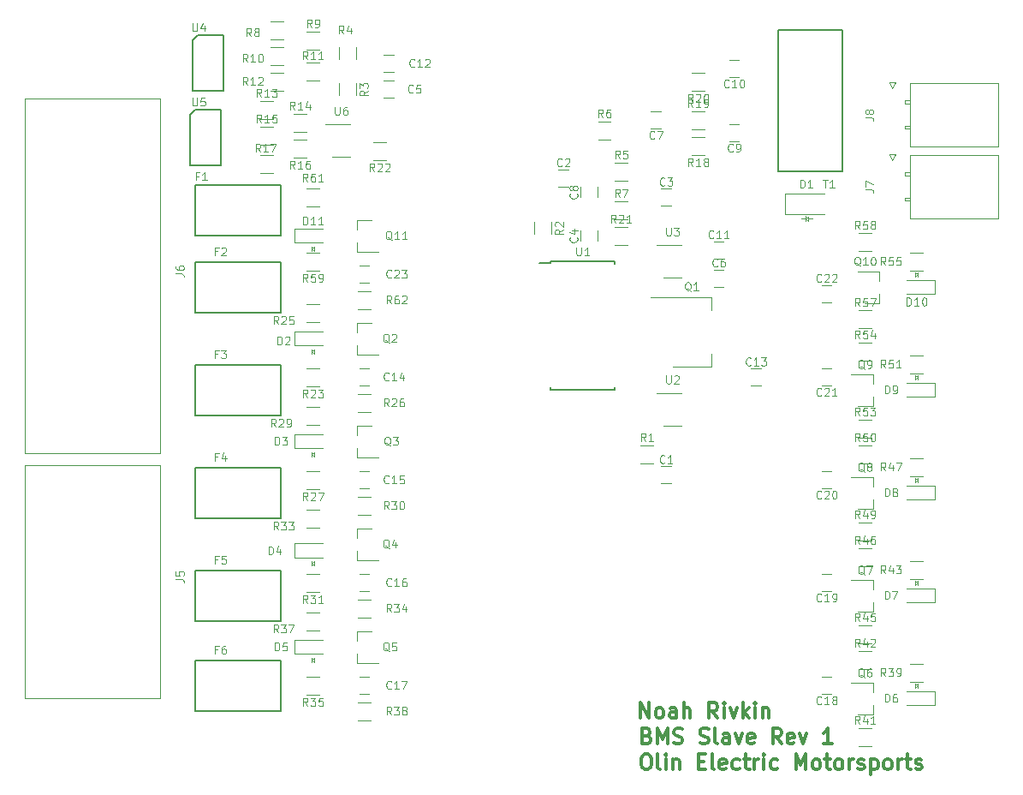
<source format=gto>
G04 #@! TF.FileFunction,Legend,Top*
%FSLAX46Y46*%
G04 Gerber Fmt 4.6, Leading zero omitted, Abs format (unit mm)*
G04 Created by KiCad (PCBNEW 4.0.7-e2-6376~58~ubuntu14.04.1) date Thu Jan  4 07:08:37 2018*
%MOMM*%
%LPD*%
G01*
G04 APERTURE LIST*
%ADD10C,0.100000*%
%ADD11C,0.300000*%
%ADD12C,0.120000*%
%ADD13C,0.150000*%
G04 APERTURE END LIST*
D10*
D11*
X133977857Y-136568571D02*
X133977857Y-135068571D01*
X134835000Y-136568571D01*
X134835000Y-135068571D01*
X135763572Y-136568571D02*
X135620714Y-136497143D01*
X135549286Y-136425714D01*
X135477857Y-136282857D01*
X135477857Y-135854286D01*
X135549286Y-135711429D01*
X135620714Y-135640000D01*
X135763572Y-135568571D01*
X135977857Y-135568571D01*
X136120714Y-135640000D01*
X136192143Y-135711429D01*
X136263572Y-135854286D01*
X136263572Y-136282857D01*
X136192143Y-136425714D01*
X136120714Y-136497143D01*
X135977857Y-136568571D01*
X135763572Y-136568571D01*
X137549286Y-136568571D02*
X137549286Y-135782857D01*
X137477857Y-135640000D01*
X137335000Y-135568571D01*
X137049286Y-135568571D01*
X136906429Y-135640000D01*
X137549286Y-136497143D02*
X137406429Y-136568571D01*
X137049286Y-136568571D01*
X136906429Y-136497143D01*
X136835000Y-136354286D01*
X136835000Y-136211429D01*
X136906429Y-136068571D01*
X137049286Y-135997143D01*
X137406429Y-135997143D01*
X137549286Y-135925714D01*
X138263572Y-136568571D02*
X138263572Y-135068571D01*
X138906429Y-136568571D02*
X138906429Y-135782857D01*
X138835000Y-135640000D01*
X138692143Y-135568571D01*
X138477858Y-135568571D01*
X138335000Y-135640000D01*
X138263572Y-135711429D01*
X141620715Y-136568571D02*
X141120715Y-135854286D01*
X140763572Y-136568571D02*
X140763572Y-135068571D01*
X141335000Y-135068571D01*
X141477858Y-135140000D01*
X141549286Y-135211429D01*
X141620715Y-135354286D01*
X141620715Y-135568571D01*
X141549286Y-135711429D01*
X141477858Y-135782857D01*
X141335000Y-135854286D01*
X140763572Y-135854286D01*
X142263572Y-136568571D02*
X142263572Y-135568571D01*
X142263572Y-135068571D02*
X142192143Y-135140000D01*
X142263572Y-135211429D01*
X142335000Y-135140000D01*
X142263572Y-135068571D01*
X142263572Y-135211429D01*
X142835001Y-135568571D02*
X143192144Y-136568571D01*
X143549286Y-135568571D01*
X144120715Y-136568571D02*
X144120715Y-135068571D01*
X144263572Y-135997143D02*
X144692143Y-136568571D01*
X144692143Y-135568571D02*
X144120715Y-136140000D01*
X145335001Y-136568571D02*
X145335001Y-135568571D01*
X145335001Y-135068571D02*
X145263572Y-135140000D01*
X145335001Y-135211429D01*
X145406429Y-135140000D01*
X145335001Y-135068571D01*
X145335001Y-135211429D01*
X146049287Y-135568571D02*
X146049287Y-136568571D01*
X146049287Y-135711429D02*
X146120715Y-135640000D01*
X146263573Y-135568571D01*
X146477858Y-135568571D01*
X146620715Y-135640000D01*
X146692144Y-135782857D01*
X146692144Y-136568571D01*
X134419286Y-140148571D02*
X134705000Y-140148571D01*
X134847858Y-140220000D01*
X134990715Y-140362857D01*
X135062143Y-140648571D01*
X135062143Y-141148571D01*
X134990715Y-141434286D01*
X134847858Y-141577143D01*
X134705000Y-141648571D01*
X134419286Y-141648571D01*
X134276429Y-141577143D01*
X134133572Y-141434286D01*
X134062143Y-141148571D01*
X134062143Y-140648571D01*
X134133572Y-140362857D01*
X134276429Y-140220000D01*
X134419286Y-140148571D01*
X135919287Y-141648571D02*
X135776429Y-141577143D01*
X135705001Y-141434286D01*
X135705001Y-140148571D01*
X136490715Y-141648571D02*
X136490715Y-140648571D01*
X136490715Y-140148571D02*
X136419286Y-140220000D01*
X136490715Y-140291429D01*
X136562143Y-140220000D01*
X136490715Y-140148571D01*
X136490715Y-140291429D01*
X137205001Y-140648571D02*
X137205001Y-141648571D01*
X137205001Y-140791429D02*
X137276429Y-140720000D01*
X137419287Y-140648571D01*
X137633572Y-140648571D01*
X137776429Y-140720000D01*
X137847858Y-140862857D01*
X137847858Y-141648571D01*
X139705001Y-140862857D02*
X140205001Y-140862857D01*
X140419287Y-141648571D02*
X139705001Y-141648571D01*
X139705001Y-140148571D01*
X140419287Y-140148571D01*
X141276430Y-141648571D02*
X141133572Y-141577143D01*
X141062144Y-141434286D01*
X141062144Y-140148571D01*
X142419286Y-141577143D02*
X142276429Y-141648571D01*
X141990715Y-141648571D01*
X141847858Y-141577143D01*
X141776429Y-141434286D01*
X141776429Y-140862857D01*
X141847858Y-140720000D01*
X141990715Y-140648571D01*
X142276429Y-140648571D01*
X142419286Y-140720000D01*
X142490715Y-140862857D01*
X142490715Y-141005714D01*
X141776429Y-141148571D01*
X143776429Y-141577143D02*
X143633572Y-141648571D01*
X143347858Y-141648571D01*
X143205000Y-141577143D01*
X143133572Y-141505714D01*
X143062143Y-141362857D01*
X143062143Y-140934286D01*
X143133572Y-140791429D01*
X143205000Y-140720000D01*
X143347858Y-140648571D01*
X143633572Y-140648571D01*
X143776429Y-140720000D01*
X144205000Y-140648571D02*
X144776429Y-140648571D01*
X144419286Y-140148571D02*
X144419286Y-141434286D01*
X144490714Y-141577143D01*
X144633572Y-141648571D01*
X144776429Y-141648571D01*
X145276429Y-141648571D02*
X145276429Y-140648571D01*
X145276429Y-140934286D02*
X145347857Y-140791429D01*
X145419286Y-140720000D01*
X145562143Y-140648571D01*
X145705000Y-140648571D01*
X146205000Y-141648571D02*
X146205000Y-140648571D01*
X146205000Y-140148571D02*
X146133571Y-140220000D01*
X146205000Y-140291429D01*
X146276428Y-140220000D01*
X146205000Y-140148571D01*
X146205000Y-140291429D01*
X147562143Y-141577143D02*
X147419286Y-141648571D01*
X147133572Y-141648571D01*
X146990714Y-141577143D01*
X146919286Y-141505714D01*
X146847857Y-141362857D01*
X146847857Y-140934286D01*
X146919286Y-140791429D01*
X146990714Y-140720000D01*
X147133572Y-140648571D01*
X147419286Y-140648571D01*
X147562143Y-140720000D01*
X149347857Y-141648571D02*
X149347857Y-140148571D01*
X149847857Y-141220000D01*
X150347857Y-140148571D01*
X150347857Y-141648571D01*
X151276429Y-141648571D02*
X151133571Y-141577143D01*
X151062143Y-141505714D01*
X150990714Y-141362857D01*
X150990714Y-140934286D01*
X151062143Y-140791429D01*
X151133571Y-140720000D01*
X151276429Y-140648571D01*
X151490714Y-140648571D01*
X151633571Y-140720000D01*
X151705000Y-140791429D01*
X151776429Y-140934286D01*
X151776429Y-141362857D01*
X151705000Y-141505714D01*
X151633571Y-141577143D01*
X151490714Y-141648571D01*
X151276429Y-141648571D01*
X152205000Y-140648571D02*
X152776429Y-140648571D01*
X152419286Y-140148571D02*
X152419286Y-141434286D01*
X152490714Y-141577143D01*
X152633572Y-141648571D01*
X152776429Y-141648571D01*
X153490715Y-141648571D02*
X153347857Y-141577143D01*
X153276429Y-141505714D01*
X153205000Y-141362857D01*
X153205000Y-140934286D01*
X153276429Y-140791429D01*
X153347857Y-140720000D01*
X153490715Y-140648571D01*
X153705000Y-140648571D01*
X153847857Y-140720000D01*
X153919286Y-140791429D01*
X153990715Y-140934286D01*
X153990715Y-141362857D01*
X153919286Y-141505714D01*
X153847857Y-141577143D01*
X153705000Y-141648571D01*
X153490715Y-141648571D01*
X154633572Y-141648571D02*
X154633572Y-140648571D01*
X154633572Y-140934286D02*
X154705000Y-140791429D01*
X154776429Y-140720000D01*
X154919286Y-140648571D01*
X155062143Y-140648571D01*
X155490714Y-141577143D02*
X155633571Y-141648571D01*
X155919286Y-141648571D01*
X156062143Y-141577143D01*
X156133571Y-141434286D01*
X156133571Y-141362857D01*
X156062143Y-141220000D01*
X155919286Y-141148571D01*
X155705000Y-141148571D01*
X155562143Y-141077143D01*
X155490714Y-140934286D01*
X155490714Y-140862857D01*
X155562143Y-140720000D01*
X155705000Y-140648571D01*
X155919286Y-140648571D01*
X156062143Y-140720000D01*
X156776429Y-140648571D02*
X156776429Y-142148571D01*
X156776429Y-140720000D02*
X156919286Y-140648571D01*
X157205000Y-140648571D01*
X157347857Y-140720000D01*
X157419286Y-140791429D01*
X157490715Y-140934286D01*
X157490715Y-141362857D01*
X157419286Y-141505714D01*
X157347857Y-141577143D01*
X157205000Y-141648571D01*
X156919286Y-141648571D01*
X156776429Y-141577143D01*
X158347858Y-141648571D02*
X158205000Y-141577143D01*
X158133572Y-141505714D01*
X158062143Y-141362857D01*
X158062143Y-140934286D01*
X158133572Y-140791429D01*
X158205000Y-140720000D01*
X158347858Y-140648571D01*
X158562143Y-140648571D01*
X158705000Y-140720000D01*
X158776429Y-140791429D01*
X158847858Y-140934286D01*
X158847858Y-141362857D01*
X158776429Y-141505714D01*
X158705000Y-141577143D01*
X158562143Y-141648571D01*
X158347858Y-141648571D01*
X159490715Y-141648571D02*
X159490715Y-140648571D01*
X159490715Y-140934286D02*
X159562143Y-140791429D01*
X159633572Y-140720000D01*
X159776429Y-140648571D01*
X159919286Y-140648571D01*
X160205000Y-140648571D02*
X160776429Y-140648571D01*
X160419286Y-140148571D02*
X160419286Y-141434286D01*
X160490714Y-141577143D01*
X160633572Y-141648571D01*
X160776429Y-141648571D01*
X161205000Y-141577143D02*
X161347857Y-141648571D01*
X161633572Y-141648571D01*
X161776429Y-141577143D01*
X161847857Y-141434286D01*
X161847857Y-141362857D01*
X161776429Y-141220000D01*
X161633572Y-141148571D01*
X161419286Y-141148571D01*
X161276429Y-141077143D01*
X161205000Y-140934286D01*
X161205000Y-140862857D01*
X161276429Y-140720000D01*
X161419286Y-140648571D01*
X161633572Y-140648571D01*
X161776429Y-140720000D01*
X134652859Y-138322857D02*
X134867145Y-138394286D01*
X134938573Y-138465714D01*
X135010002Y-138608571D01*
X135010002Y-138822857D01*
X134938573Y-138965714D01*
X134867145Y-139037143D01*
X134724287Y-139108571D01*
X134152859Y-139108571D01*
X134152859Y-137608571D01*
X134652859Y-137608571D01*
X134795716Y-137680000D01*
X134867145Y-137751429D01*
X134938573Y-137894286D01*
X134938573Y-138037143D01*
X134867145Y-138180000D01*
X134795716Y-138251429D01*
X134652859Y-138322857D01*
X134152859Y-138322857D01*
X135652859Y-139108571D02*
X135652859Y-137608571D01*
X136152859Y-138680000D01*
X136652859Y-137608571D01*
X136652859Y-139108571D01*
X137295716Y-139037143D02*
X137510002Y-139108571D01*
X137867145Y-139108571D01*
X138010002Y-139037143D01*
X138081431Y-138965714D01*
X138152859Y-138822857D01*
X138152859Y-138680000D01*
X138081431Y-138537143D01*
X138010002Y-138465714D01*
X137867145Y-138394286D01*
X137581431Y-138322857D01*
X137438573Y-138251429D01*
X137367145Y-138180000D01*
X137295716Y-138037143D01*
X137295716Y-137894286D01*
X137367145Y-137751429D01*
X137438573Y-137680000D01*
X137581431Y-137608571D01*
X137938573Y-137608571D01*
X138152859Y-137680000D01*
X139867144Y-139037143D02*
X140081430Y-139108571D01*
X140438573Y-139108571D01*
X140581430Y-139037143D01*
X140652859Y-138965714D01*
X140724287Y-138822857D01*
X140724287Y-138680000D01*
X140652859Y-138537143D01*
X140581430Y-138465714D01*
X140438573Y-138394286D01*
X140152859Y-138322857D01*
X140010001Y-138251429D01*
X139938573Y-138180000D01*
X139867144Y-138037143D01*
X139867144Y-137894286D01*
X139938573Y-137751429D01*
X140010001Y-137680000D01*
X140152859Y-137608571D01*
X140510001Y-137608571D01*
X140724287Y-137680000D01*
X141581430Y-139108571D02*
X141438572Y-139037143D01*
X141367144Y-138894286D01*
X141367144Y-137608571D01*
X142795715Y-139108571D02*
X142795715Y-138322857D01*
X142724286Y-138180000D01*
X142581429Y-138108571D01*
X142295715Y-138108571D01*
X142152858Y-138180000D01*
X142795715Y-139037143D02*
X142652858Y-139108571D01*
X142295715Y-139108571D01*
X142152858Y-139037143D01*
X142081429Y-138894286D01*
X142081429Y-138751429D01*
X142152858Y-138608571D01*
X142295715Y-138537143D01*
X142652858Y-138537143D01*
X142795715Y-138465714D01*
X143367144Y-138108571D02*
X143724287Y-139108571D01*
X144081429Y-138108571D01*
X145224286Y-139037143D02*
X145081429Y-139108571D01*
X144795715Y-139108571D01*
X144652858Y-139037143D01*
X144581429Y-138894286D01*
X144581429Y-138322857D01*
X144652858Y-138180000D01*
X144795715Y-138108571D01*
X145081429Y-138108571D01*
X145224286Y-138180000D01*
X145295715Y-138322857D01*
X145295715Y-138465714D01*
X144581429Y-138608571D01*
X147938572Y-139108571D02*
X147438572Y-138394286D01*
X147081429Y-139108571D02*
X147081429Y-137608571D01*
X147652857Y-137608571D01*
X147795715Y-137680000D01*
X147867143Y-137751429D01*
X147938572Y-137894286D01*
X147938572Y-138108571D01*
X147867143Y-138251429D01*
X147795715Y-138322857D01*
X147652857Y-138394286D01*
X147081429Y-138394286D01*
X149152857Y-139037143D02*
X149010000Y-139108571D01*
X148724286Y-139108571D01*
X148581429Y-139037143D01*
X148510000Y-138894286D01*
X148510000Y-138322857D01*
X148581429Y-138180000D01*
X148724286Y-138108571D01*
X149010000Y-138108571D01*
X149152857Y-138180000D01*
X149224286Y-138322857D01*
X149224286Y-138465714D01*
X148510000Y-138608571D01*
X149724286Y-138108571D02*
X150081429Y-139108571D01*
X150438571Y-138108571D01*
X152938571Y-139108571D02*
X152081428Y-139108571D01*
X152510000Y-139108571D02*
X152510000Y-137608571D01*
X152367143Y-137822857D01*
X152224285Y-137965714D01*
X152081428Y-138037143D01*
D12*
X142756000Y-79590000D02*
X143756000Y-79590000D01*
X143756000Y-77890000D02*
X142756000Y-77890000D01*
X142756000Y-73240000D02*
X143756000Y-73240000D01*
X143756000Y-71540000D02*
X142756000Y-71540000D01*
X86470000Y-110375000D02*
X73120000Y-110375000D01*
X73120000Y-110375000D02*
X73120000Y-75375000D01*
X73120000Y-75375000D02*
X86470000Y-75375000D01*
X86470000Y-75375000D02*
X86470000Y-110375000D01*
X169407000Y-80934000D02*
X160647000Y-80934000D01*
X160647000Y-80934000D02*
X160647000Y-87174000D01*
X160647000Y-87174000D02*
X169407000Y-87174000D01*
X169407000Y-87174000D02*
X169407000Y-80934000D01*
X160647000Y-82654000D02*
X160177000Y-82654000D01*
X160177000Y-82654000D02*
X160177000Y-82954000D01*
X160177000Y-82954000D02*
X160647000Y-82954000D01*
X160647000Y-82954000D02*
X160647000Y-82654000D01*
X160647000Y-85154000D02*
X160177000Y-85154000D01*
X160177000Y-85154000D02*
X160177000Y-85454000D01*
X160177000Y-85454000D02*
X160647000Y-85454000D01*
X160647000Y-85454000D02*
X160647000Y-85154000D01*
X158877000Y-81404000D02*
X158577000Y-80804000D01*
X158577000Y-80804000D02*
X159177000Y-80804000D01*
X159177000Y-80804000D02*
X158877000Y-81404000D01*
X169407000Y-73822000D02*
X160647000Y-73822000D01*
X160647000Y-73822000D02*
X160647000Y-80062000D01*
X160647000Y-80062000D02*
X169407000Y-80062000D01*
X169407000Y-80062000D02*
X169407000Y-73822000D01*
X160647000Y-75542000D02*
X160177000Y-75542000D01*
X160177000Y-75542000D02*
X160177000Y-75842000D01*
X160177000Y-75842000D02*
X160647000Y-75842000D01*
X160647000Y-75842000D02*
X160647000Y-75542000D01*
X160647000Y-78042000D02*
X160177000Y-78042000D01*
X160177000Y-78042000D02*
X160177000Y-78342000D01*
X160177000Y-78342000D02*
X160647000Y-78342000D01*
X160647000Y-78342000D02*
X160647000Y-78042000D01*
X158877000Y-74292000D02*
X158577000Y-73692000D01*
X158577000Y-73692000D02*
X159177000Y-73692000D01*
X159177000Y-73692000D02*
X158877000Y-74292000D01*
X98644000Y-69460000D02*
X97444000Y-69460000D01*
X97444000Y-67700000D02*
X98644000Y-67700000D01*
X102200000Y-70476000D02*
X101000000Y-70476000D01*
X101000000Y-68716000D02*
X102200000Y-68716000D01*
X98644000Y-72000000D02*
X97444000Y-72000000D01*
X97444000Y-70240000D02*
X98644000Y-70240000D01*
X102200000Y-73524000D02*
X101000000Y-73524000D01*
X101000000Y-71764000D02*
X102200000Y-71764000D01*
X98644000Y-74540000D02*
X97444000Y-74540000D01*
X97444000Y-72780000D02*
X98644000Y-72780000D01*
X97628000Y-77334000D02*
X96428000Y-77334000D01*
X96428000Y-75574000D02*
X97628000Y-75574000D01*
X100930000Y-78604000D02*
X99730000Y-78604000D01*
X99730000Y-76844000D02*
X100930000Y-76844000D01*
X97628000Y-79874000D02*
X96428000Y-79874000D01*
X96428000Y-78114000D02*
X97628000Y-78114000D01*
X100930000Y-81144000D02*
X99730000Y-81144000D01*
X99730000Y-79384000D02*
X100930000Y-79384000D01*
X97628000Y-82668000D02*
X96428000Y-82668000D01*
X96428000Y-80908000D02*
X97628000Y-80908000D01*
X107604000Y-79638000D02*
X108804000Y-79638000D01*
X108804000Y-81398000D02*
X107604000Y-81398000D01*
D13*
X89726000Y-69596000D02*
X90226000Y-69096000D01*
X90226000Y-69096000D02*
X92726000Y-69096000D01*
X92726000Y-69096000D02*
X92726000Y-69596000D01*
X92726000Y-74596000D02*
X92726000Y-69596000D01*
X92726000Y-74596000D02*
X89726000Y-74596000D01*
X89726000Y-74596000D02*
X89726000Y-69596000D01*
X89472000Y-76962000D02*
X89972000Y-76462000D01*
X89972000Y-76462000D02*
X92472000Y-76462000D01*
X92472000Y-76462000D02*
X92472000Y-76962000D01*
X92472000Y-81962000D02*
X92472000Y-76962000D01*
X92472000Y-81962000D02*
X89472000Y-81962000D01*
X89472000Y-81962000D02*
X89472000Y-76962000D01*
D12*
X103494000Y-81112000D02*
X105294000Y-81112000D01*
X105294000Y-77892000D02*
X102844000Y-77892000D01*
X86470000Y-134570000D02*
X73120000Y-134570000D01*
X73120000Y-134570000D02*
X73120000Y-111570000D01*
X73120000Y-111570000D02*
X86470000Y-111570000D01*
X86470000Y-111570000D02*
X86470000Y-134570000D01*
D13*
X153924000Y-68580000D02*
X153924000Y-82550000D01*
X147574000Y-82550000D02*
X147574000Y-68580000D01*
X153924000Y-82550000D02*
X147574000Y-82550000D01*
X147574000Y-68580000D02*
X153924000Y-68580000D01*
D12*
X137025000Y-111672000D02*
X136025000Y-111672000D01*
X136025000Y-113372000D02*
X137025000Y-113372000D01*
X126865000Y-82335000D02*
X125865000Y-82335000D01*
X125865000Y-84035000D02*
X126865000Y-84035000D01*
X137025000Y-84240000D02*
X136025000Y-84240000D01*
X136025000Y-85940000D02*
X137025000Y-85940000D01*
X128055000Y-88400000D02*
X128055000Y-89400000D01*
X129755000Y-89400000D02*
X129755000Y-88400000D01*
X109593000Y-73572000D02*
X108593000Y-73572000D01*
X108593000Y-75272000D02*
X109593000Y-75272000D01*
X142232000Y-92241000D02*
X141232000Y-92241000D01*
X141232000Y-93941000D02*
X142232000Y-93941000D01*
X135009000Y-78320000D02*
X136009000Y-78320000D01*
X136009000Y-76620000D02*
X135009000Y-76620000D01*
X128055000Y-84082000D02*
X128055000Y-85082000D01*
X129755000Y-85082000D02*
X129755000Y-84082000D01*
X142232000Y-89447000D02*
X141232000Y-89447000D01*
X141232000Y-91147000D02*
X142232000Y-91147000D01*
X109593000Y-71032000D02*
X108593000Y-71032000D01*
X108593000Y-72732000D02*
X109593000Y-72732000D01*
X145915000Y-102020000D02*
X144915000Y-102020000D01*
X144915000Y-103720000D02*
X145915000Y-103720000D01*
X107180000Y-102020000D02*
X106180000Y-102020000D01*
X106180000Y-103720000D02*
X107180000Y-103720000D01*
X107180000Y-112180000D02*
X106180000Y-112180000D01*
X106180000Y-113880000D02*
X107180000Y-113880000D01*
X106180000Y-124040000D02*
X107180000Y-124040000D01*
X107180000Y-122340000D02*
X106180000Y-122340000D01*
X107180000Y-132500000D02*
X106180000Y-132500000D01*
X106180000Y-134200000D02*
X107180000Y-134200000D01*
X151900000Y-134200000D02*
X152900000Y-134200000D01*
X152900000Y-132500000D02*
X151900000Y-132500000D01*
X151900000Y-124040000D02*
X152900000Y-124040000D01*
X152900000Y-122340000D02*
X151900000Y-122340000D01*
X151900000Y-113880000D02*
X152900000Y-113880000D01*
X152900000Y-112180000D02*
X151900000Y-112180000D01*
X151900000Y-103720000D02*
X152900000Y-103720000D01*
X152900000Y-102020000D02*
X151900000Y-102020000D01*
X152900000Y-93765000D02*
X151900000Y-93765000D01*
X151900000Y-95465000D02*
X152900000Y-95465000D01*
X107180000Y-91860000D02*
X106180000Y-91860000D01*
X106180000Y-93560000D02*
X107180000Y-93560000D01*
D10*
X150595000Y-87225000D02*
X150995000Y-87225000D01*
X150295000Y-87225000D02*
X150595000Y-87025000D01*
X150595000Y-87025000D02*
X150595000Y-87425000D01*
X150595000Y-87425000D02*
X150295000Y-87225000D01*
X149895000Y-87225000D02*
X150295000Y-87225000D01*
X150295000Y-87225000D02*
X150295000Y-86975000D01*
X150295000Y-86975000D02*
X150295000Y-87475000D01*
D12*
X148295000Y-84725000D02*
X148295000Y-86725000D01*
X148295000Y-86725000D02*
X152145000Y-86725000D01*
X148295000Y-84725000D02*
X152145000Y-84725000D01*
X99800000Y-98360000D02*
X99800000Y-99760000D01*
D10*
X101454000Y-100130000D02*
X101454000Y-100530000D01*
X101454000Y-100330000D02*
X101754000Y-100130000D01*
X101754000Y-100530000D02*
X101454000Y-100330000D01*
X101754000Y-100130000D02*
X101754000Y-100530000D01*
D12*
X99800000Y-99760000D02*
X102600000Y-99760000D01*
X99800000Y-98360000D02*
X102600000Y-98360000D01*
X99800000Y-108520000D02*
X99800000Y-109920000D01*
D10*
X101454000Y-110290000D02*
X101454000Y-110690000D01*
X101454000Y-110490000D02*
X101754000Y-110290000D01*
X101754000Y-110690000D02*
X101454000Y-110490000D01*
X101754000Y-110290000D02*
X101754000Y-110690000D01*
D12*
X99800000Y-109920000D02*
X102600000Y-109920000D01*
X99800000Y-108520000D02*
X102600000Y-108520000D01*
X99800000Y-119315000D02*
X99800000Y-120715000D01*
D10*
X101454000Y-121085000D02*
X101454000Y-121485000D01*
X101454000Y-121285000D02*
X101754000Y-121085000D01*
X101754000Y-121485000D02*
X101454000Y-121285000D01*
X101754000Y-121085000D02*
X101754000Y-121485000D01*
D12*
X99800000Y-120715000D02*
X102600000Y-120715000D01*
X99800000Y-119315000D02*
X102600000Y-119315000D01*
X99800000Y-128840000D02*
X99800000Y-130240000D01*
D10*
X101454000Y-130610000D02*
X101454000Y-131010000D01*
X101454000Y-130810000D02*
X101754000Y-130610000D01*
X101754000Y-131010000D02*
X101454000Y-130810000D01*
X101754000Y-130610000D02*
X101754000Y-131010000D01*
D12*
X99800000Y-130240000D02*
X102600000Y-130240000D01*
X99800000Y-128840000D02*
X102600000Y-128840000D01*
X163090000Y-135320000D02*
X163090000Y-133920000D01*
D10*
X161436000Y-133550000D02*
X161436000Y-133150000D01*
X161436000Y-133350000D02*
X161136000Y-133550000D01*
X161136000Y-133150000D02*
X161436000Y-133350000D01*
X161136000Y-133550000D02*
X161136000Y-133150000D01*
D12*
X163090000Y-133920000D02*
X160290000Y-133920000D01*
X163090000Y-135320000D02*
X160290000Y-135320000D01*
X163090000Y-125160000D02*
X163090000Y-123760000D01*
D10*
X161436000Y-123390000D02*
X161436000Y-122990000D01*
X161436000Y-123190000D02*
X161136000Y-123390000D01*
X161136000Y-122990000D02*
X161436000Y-123190000D01*
X161136000Y-123390000D02*
X161136000Y-122990000D01*
D12*
X163090000Y-123760000D02*
X160290000Y-123760000D01*
X163090000Y-125160000D02*
X160290000Y-125160000D01*
X163090000Y-115000000D02*
X163090000Y-113600000D01*
D10*
X161436000Y-113230000D02*
X161436000Y-112830000D01*
X161436000Y-113030000D02*
X161136000Y-113230000D01*
X161136000Y-112830000D02*
X161436000Y-113030000D01*
X161136000Y-113230000D02*
X161136000Y-112830000D01*
D12*
X163090000Y-113600000D02*
X160290000Y-113600000D01*
X163090000Y-115000000D02*
X160290000Y-115000000D01*
X163090000Y-104840000D02*
X163090000Y-103440000D01*
D10*
X161436000Y-103070000D02*
X161436000Y-102670000D01*
X161436000Y-102870000D02*
X161136000Y-103070000D01*
X161136000Y-102670000D02*
X161436000Y-102870000D01*
X161136000Y-103070000D02*
X161136000Y-102670000D01*
D12*
X163090000Y-103440000D02*
X160290000Y-103440000D01*
X163090000Y-104840000D02*
X160290000Y-104840000D01*
X163090000Y-94680000D02*
X163090000Y-93280000D01*
D10*
X161436000Y-92910000D02*
X161436000Y-92510000D01*
X161436000Y-92710000D02*
X161136000Y-92910000D01*
X161136000Y-92510000D02*
X161436000Y-92710000D01*
X161136000Y-92910000D02*
X161136000Y-92510000D01*
D12*
X163090000Y-93280000D02*
X160290000Y-93280000D01*
X163090000Y-94680000D02*
X160290000Y-94680000D01*
X99800000Y-88200000D02*
X99800000Y-89600000D01*
D10*
X101454000Y-89970000D02*
X101454000Y-90370000D01*
X101454000Y-90170000D02*
X101754000Y-89970000D01*
X101754000Y-90370000D02*
X101454000Y-90170000D01*
X101754000Y-89970000D02*
X101754000Y-90370000D01*
D12*
X99800000Y-89600000D02*
X102600000Y-89600000D01*
X99800000Y-88200000D02*
X102600000Y-88200000D01*
D13*
X89940000Y-83860000D02*
X98440000Y-83860000D01*
X98440000Y-83860000D02*
X98440000Y-88860000D01*
X98440000Y-88860000D02*
X89940000Y-88860000D01*
X89940000Y-88860000D02*
X89940000Y-83860000D01*
X89940000Y-91480000D02*
X98440000Y-91480000D01*
X98440000Y-91480000D02*
X98440000Y-96480000D01*
X98440000Y-96480000D02*
X89940000Y-96480000D01*
X89940000Y-96480000D02*
X89940000Y-91480000D01*
X89940000Y-101640000D02*
X98440000Y-101640000D01*
X98440000Y-101640000D02*
X98440000Y-106640000D01*
X98440000Y-106640000D02*
X89940000Y-106640000D01*
X89940000Y-106640000D02*
X89940000Y-101640000D01*
X89940000Y-111800000D02*
X98440000Y-111800000D01*
X98440000Y-111800000D02*
X98440000Y-116800000D01*
X98440000Y-116800000D02*
X89940000Y-116800000D01*
X89940000Y-116800000D02*
X89940000Y-111800000D01*
X89940000Y-121960000D02*
X98440000Y-121960000D01*
X98440000Y-121960000D02*
X98440000Y-126960000D01*
X98440000Y-126960000D02*
X89940000Y-126960000D01*
X89940000Y-126960000D02*
X89940000Y-121960000D01*
X89940000Y-130850000D02*
X98440000Y-130850000D01*
X98440000Y-130850000D02*
X98440000Y-135850000D01*
X98440000Y-135850000D02*
X89940000Y-135850000D01*
X89940000Y-135850000D02*
X89940000Y-130850000D01*
D12*
X140975000Y-101835000D02*
X140975000Y-100575000D01*
X140975000Y-95015000D02*
X140975000Y-96275000D01*
X137215000Y-101835000D02*
X140975000Y-101835000D01*
X134965000Y-95015000D02*
X140975000Y-95015000D01*
X105920000Y-97480000D02*
X105920000Y-98410000D01*
X105920000Y-100640000D02*
X105920000Y-99710000D01*
X105920000Y-100640000D02*
X108080000Y-100640000D01*
X105920000Y-97480000D02*
X107380000Y-97480000D01*
X105920000Y-107640000D02*
X105920000Y-108570000D01*
X105920000Y-110800000D02*
X105920000Y-109870000D01*
X105920000Y-110800000D02*
X108080000Y-110800000D01*
X105920000Y-107640000D02*
X107380000Y-107640000D01*
X105920000Y-117800000D02*
X105920000Y-118730000D01*
X105920000Y-120960000D02*
X105920000Y-120030000D01*
X105920000Y-120960000D02*
X108080000Y-120960000D01*
X105920000Y-117800000D02*
X107380000Y-117800000D01*
X105920000Y-127960000D02*
X105920000Y-128890000D01*
X105920000Y-131120000D02*
X105920000Y-130190000D01*
X105920000Y-131120000D02*
X108080000Y-131120000D01*
X105920000Y-127960000D02*
X107380000Y-127960000D01*
X156970000Y-136200000D02*
X156970000Y-135270000D01*
X156970000Y-133040000D02*
X156970000Y-133970000D01*
X156970000Y-133040000D02*
X154810000Y-133040000D01*
X156970000Y-136200000D02*
X155510000Y-136200000D01*
X156970000Y-126040000D02*
X156970000Y-125110000D01*
X156970000Y-122880000D02*
X156970000Y-123810000D01*
X156970000Y-122880000D02*
X154810000Y-122880000D01*
X156970000Y-126040000D02*
X155510000Y-126040000D01*
X156970000Y-115880000D02*
X156970000Y-114950000D01*
X156970000Y-112720000D02*
X156970000Y-113650000D01*
X156970000Y-112720000D02*
X154810000Y-112720000D01*
X156970000Y-115880000D02*
X155510000Y-115880000D01*
X156970000Y-105720000D02*
X156970000Y-104790000D01*
X156970000Y-102560000D02*
X156970000Y-103490000D01*
X156970000Y-102560000D02*
X154810000Y-102560000D01*
X156970000Y-105720000D02*
X155510000Y-105720000D01*
X157605000Y-95560000D02*
X157605000Y-94630000D01*
X157605000Y-92400000D02*
X157605000Y-93330000D01*
X157605000Y-92400000D02*
X155445000Y-92400000D01*
X157605000Y-95560000D02*
X156145000Y-95560000D01*
X105920000Y-87320000D02*
X105920000Y-88250000D01*
X105920000Y-90480000D02*
X105920000Y-89550000D01*
X105920000Y-90480000D02*
X108080000Y-90480000D01*
X105920000Y-87320000D02*
X107380000Y-87320000D01*
X135220000Y-111370000D02*
X134020000Y-111370000D01*
X134020000Y-109610000D02*
X135220000Y-109610000D01*
X123453000Y-88738000D02*
X123453000Y-87538000D01*
X125213000Y-87538000D02*
X125213000Y-88738000D01*
X104149000Y-75022000D02*
X104149000Y-73822000D01*
X105909000Y-73822000D02*
X105909000Y-75022000D01*
X105909000Y-70266000D02*
X105909000Y-71466000D01*
X104149000Y-71466000D02*
X104149000Y-70266000D01*
X132680000Y-83430000D02*
X131480000Y-83430000D01*
X131480000Y-81670000D02*
X132680000Y-81670000D01*
X131029000Y-79366000D02*
X129829000Y-79366000D01*
X129829000Y-77606000D02*
X131029000Y-77606000D01*
X132680000Y-87240000D02*
X131480000Y-87240000D01*
X131480000Y-85480000D02*
X132680000Y-85480000D01*
X139100000Y-79130000D02*
X140300000Y-79130000D01*
X140300000Y-80890000D02*
X139100000Y-80890000D01*
X140300000Y-78350000D02*
X139100000Y-78350000D01*
X139100000Y-76590000D02*
X140300000Y-76590000D01*
X139100000Y-72780000D02*
X140300000Y-72780000D01*
X140300000Y-74540000D02*
X139100000Y-74540000D01*
X132680000Y-89780000D02*
X131480000Y-89780000D01*
X131480000Y-88020000D02*
X132680000Y-88020000D01*
X101000000Y-101990000D02*
X102200000Y-101990000D01*
X102200000Y-103750000D02*
X101000000Y-103750000D01*
X101000000Y-95640000D02*
X102200000Y-95640000D01*
X102200000Y-97400000D02*
X101000000Y-97400000D01*
X106080000Y-104530000D02*
X107280000Y-104530000D01*
X107280000Y-106290000D02*
X106080000Y-106290000D01*
X101000000Y-112150000D02*
X102200000Y-112150000D01*
X102200000Y-113910000D02*
X101000000Y-113910000D01*
X101000000Y-105800000D02*
X102200000Y-105800000D01*
X102200000Y-107560000D02*
X101000000Y-107560000D01*
X106080000Y-114690000D02*
X107280000Y-114690000D01*
X107280000Y-116450000D02*
X106080000Y-116450000D01*
X101000000Y-122310000D02*
X102200000Y-122310000D01*
X102200000Y-124070000D02*
X101000000Y-124070000D01*
X101000000Y-115960000D02*
X102200000Y-115960000D01*
X102200000Y-117720000D02*
X101000000Y-117720000D01*
X106080000Y-124850000D02*
X107280000Y-124850000D01*
X107280000Y-126610000D02*
X106080000Y-126610000D01*
X101000000Y-132470000D02*
X102200000Y-132470000D01*
X102200000Y-134230000D02*
X101000000Y-134230000D01*
X101000000Y-126120000D02*
X102200000Y-126120000D01*
X102200000Y-127880000D02*
X101000000Y-127880000D01*
X106080000Y-135010000D02*
X107280000Y-135010000D01*
X107280000Y-136770000D02*
X106080000Y-136770000D01*
X160690000Y-131200000D02*
X161890000Y-131200000D01*
X161890000Y-132960000D02*
X160690000Y-132960000D01*
X156810000Y-139310000D02*
X155610000Y-139310000D01*
X155610000Y-137550000D02*
X156810000Y-137550000D01*
X156810000Y-131690000D02*
X155610000Y-131690000D01*
X155610000Y-129930000D02*
X156810000Y-129930000D01*
X160690000Y-121040000D02*
X161890000Y-121040000D01*
X161890000Y-122800000D02*
X160690000Y-122800000D01*
X156810000Y-129150000D02*
X155610000Y-129150000D01*
X155610000Y-127390000D02*
X156810000Y-127390000D01*
X156810000Y-121530000D02*
X155610000Y-121530000D01*
X155610000Y-119770000D02*
X156810000Y-119770000D01*
X160690000Y-110880000D02*
X161890000Y-110880000D01*
X161890000Y-112640000D02*
X160690000Y-112640000D01*
X156810000Y-118990000D02*
X155610000Y-118990000D01*
X155610000Y-117230000D02*
X156810000Y-117230000D01*
X156810000Y-111370000D02*
X155610000Y-111370000D01*
X155610000Y-109610000D02*
X156810000Y-109610000D01*
X160690000Y-100720000D02*
X161890000Y-100720000D01*
X161890000Y-102480000D02*
X160690000Y-102480000D01*
X156810000Y-108830000D02*
X155610000Y-108830000D01*
X155610000Y-107070000D02*
X156810000Y-107070000D01*
X156810000Y-101210000D02*
X155610000Y-101210000D01*
X155610000Y-99450000D02*
X156810000Y-99450000D01*
X160690000Y-90560000D02*
X161890000Y-90560000D01*
X161890000Y-92320000D02*
X160690000Y-92320000D01*
X156810000Y-98035000D02*
X155610000Y-98035000D01*
X155610000Y-96275000D02*
X156810000Y-96275000D01*
X156810000Y-90415000D02*
X155610000Y-90415000D01*
X155610000Y-88655000D02*
X156810000Y-88655000D01*
X101000000Y-90560000D02*
X102200000Y-90560000D01*
X102200000Y-92320000D02*
X101000000Y-92320000D01*
X101000000Y-84210000D02*
X102200000Y-84210000D01*
X102200000Y-85970000D02*
X101000000Y-85970000D01*
X106080000Y-94370000D02*
X107280000Y-94370000D01*
X107280000Y-96130000D02*
X106080000Y-96130000D01*
D13*
X125095000Y-91415000D02*
X125095000Y-91590000D01*
X131445000Y-91415000D02*
X131445000Y-91672500D01*
X131445000Y-104165000D02*
X131445000Y-103907500D01*
X125095000Y-104165000D02*
X125095000Y-103907500D01*
X125095000Y-91415000D02*
X131445000Y-91415000D01*
X125095000Y-104165000D02*
X131445000Y-104165000D01*
X125095000Y-91590000D02*
X124020000Y-91590000D01*
D12*
X136260000Y-107655000D02*
X138060000Y-107655000D01*
X138060000Y-104435000D02*
X135610000Y-104435000D01*
X136260000Y-93050000D02*
X138060000Y-93050000D01*
X138060000Y-89830000D02*
X135610000Y-89830000D01*
X143122667Y-80525714D02*
X143084572Y-80563810D01*
X142970286Y-80601905D01*
X142894096Y-80601905D01*
X142779810Y-80563810D01*
X142703619Y-80487619D01*
X142665524Y-80411429D01*
X142627429Y-80259048D01*
X142627429Y-80144762D01*
X142665524Y-79992381D01*
X142703619Y-79916190D01*
X142779810Y-79840000D01*
X142894096Y-79801905D01*
X142970286Y-79801905D01*
X143084572Y-79840000D01*
X143122667Y-79878095D01*
X143503619Y-80601905D02*
X143656000Y-80601905D01*
X143732191Y-80563810D01*
X143770286Y-80525714D01*
X143846477Y-80411429D01*
X143884572Y-80259048D01*
X143884572Y-79954286D01*
X143846477Y-79878095D01*
X143808381Y-79840000D01*
X143732191Y-79801905D01*
X143579810Y-79801905D01*
X143503619Y-79840000D01*
X143465524Y-79878095D01*
X143427429Y-79954286D01*
X143427429Y-80144762D01*
X143465524Y-80220952D01*
X143503619Y-80259048D01*
X143579810Y-80297143D01*
X143732191Y-80297143D01*
X143808381Y-80259048D01*
X143846477Y-80220952D01*
X143884572Y-80144762D01*
X142741714Y-74175714D02*
X142703619Y-74213810D01*
X142589333Y-74251905D01*
X142513143Y-74251905D01*
X142398857Y-74213810D01*
X142322666Y-74137619D01*
X142284571Y-74061429D01*
X142246476Y-73909048D01*
X142246476Y-73794762D01*
X142284571Y-73642381D01*
X142322666Y-73566190D01*
X142398857Y-73490000D01*
X142513143Y-73451905D01*
X142589333Y-73451905D01*
X142703619Y-73490000D01*
X142741714Y-73528095D01*
X143503619Y-74251905D02*
X143046476Y-74251905D01*
X143275047Y-74251905D02*
X143275047Y-73451905D01*
X143198857Y-73566190D01*
X143122666Y-73642381D01*
X143046476Y-73680476D01*
X143998857Y-73451905D02*
X144075048Y-73451905D01*
X144151238Y-73490000D01*
X144189333Y-73528095D01*
X144227429Y-73604286D01*
X144265524Y-73756667D01*
X144265524Y-73947143D01*
X144227429Y-74099524D01*
X144189333Y-74175714D01*
X144151238Y-74213810D01*
X144075048Y-74251905D01*
X143998857Y-74251905D01*
X143922667Y-74213810D01*
X143884571Y-74175714D01*
X143846476Y-74099524D01*
X143808381Y-73947143D01*
X143808381Y-73756667D01*
X143846476Y-73604286D01*
X143884571Y-73528095D01*
X143922667Y-73490000D01*
X143998857Y-73451905D01*
X88031905Y-92641666D02*
X88603333Y-92641666D01*
X88717619Y-92679762D01*
X88793810Y-92755952D01*
X88831905Y-92870238D01*
X88831905Y-92946428D01*
X88031905Y-91917857D02*
X88031905Y-92070238D01*
X88070000Y-92146428D01*
X88108095Y-92184523D01*
X88222381Y-92260714D01*
X88374762Y-92298809D01*
X88679524Y-92298809D01*
X88755714Y-92260714D01*
X88793810Y-92222619D01*
X88831905Y-92146428D01*
X88831905Y-91994047D01*
X88793810Y-91917857D01*
X88755714Y-91879761D01*
X88679524Y-91841666D01*
X88489048Y-91841666D01*
X88412857Y-91879761D01*
X88374762Y-91917857D01*
X88336667Y-91994047D01*
X88336667Y-92146428D01*
X88374762Y-92222619D01*
X88412857Y-92260714D01*
X88489048Y-92298809D01*
X156238905Y-84320666D02*
X156810333Y-84320666D01*
X156924619Y-84358762D01*
X157000810Y-84434952D01*
X157038905Y-84549238D01*
X157038905Y-84625428D01*
X156238905Y-84015904D02*
X156238905Y-83482571D01*
X157038905Y-83825428D01*
X156238905Y-77208666D02*
X156810333Y-77208666D01*
X156924619Y-77246762D01*
X157000810Y-77322952D01*
X157038905Y-77437238D01*
X157038905Y-77513428D01*
X156581762Y-76713428D02*
X156543667Y-76789619D01*
X156505571Y-76827714D01*
X156429381Y-76865809D01*
X156391286Y-76865809D01*
X156315095Y-76827714D01*
X156277000Y-76789619D01*
X156238905Y-76713428D01*
X156238905Y-76561047D01*
X156277000Y-76484857D01*
X156315095Y-76446761D01*
X156391286Y-76408666D01*
X156429381Y-76408666D01*
X156505571Y-76446761D01*
X156543667Y-76484857D01*
X156581762Y-76561047D01*
X156581762Y-76713428D01*
X156619857Y-76789619D01*
X156657952Y-76827714D01*
X156734143Y-76865809D01*
X156886524Y-76865809D01*
X156962714Y-76827714D01*
X157000810Y-76789619D01*
X157038905Y-76713428D01*
X157038905Y-76561047D01*
X157000810Y-76484857D01*
X156962714Y-76446761D01*
X156886524Y-76408666D01*
X156734143Y-76408666D01*
X156657952Y-76446761D01*
X156619857Y-76484857D01*
X156581762Y-76561047D01*
X95497667Y-69195905D02*
X95231000Y-68814952D01*
X95040524Y-69195905D02*
X95040524Y-68395905D01*
X95345286Y-68395905D01*
X95421477Y-68434000D01*
X95459572Y-68472095D01*
X95497667Y-68548286D01*
X95497667Y-68662571D01*
X95459572Y-68738762D01*
X95421477Y-68776857D01*
X95345286Y-68814952D01*
X95040524Y-68814952D01*
X95954810Y-68738762D02*
X95878619Y-68700667D01*
X95840524Y-68662571D01*
X95802429Y-68586381D01*
X95802429Y-68548286D01*
X95840524Y-68472095D01*
X95878619Y-68434000D01*
X95954810Y-68395905D01*
X96107191Y-68395905D01*
X96183381Y-68434000D01*
X96221477Y-68472095D01*
X96259572Y-68548286D01*
X96259572Y-68586381D01*
X96221477Y-68662571D01*
X96183381Y-68700667D01*
X96107191Y-68738762D01*
X95954810Y-68738762D01*
X95878619Y-68776857D01*
X95840524Y-68814952D01*
X95802429Y-68891143D01*
X95802429Y-69043524D01*
X95840524Y-69119714D01*
X95878619Y-69157810D01*
X95954810Y-69195905D01*
X96107191Y-69195905D01*
X96183381Y-69157810D01*
X96221477Y-69119714D01*
X96259572Y-69043524D01*
X96259572Y-68891143D01*
X96221477Y-68814952D01*
X96183381Y-68776857D01*
X96107191Y-68738762D01*
X101466667Y-68307905D02*
X101200000Y-67926952D01*
X101009524Y-68307905D02*
X101009524Y-67507905D01*
X101314286Y-67507905D01*
X101390477Y-67546000D01*
X101428572Y-67584095D01*
X101466667Y-67660286D01*
X101466667Y-67774571D01*
X101428572Y-67850762D01*
X101390477Y-67888857D01*
X101314286Y-67926952D01*
X101009524Y-67926952D01*
X101847619Y-68307905D02*
X102000000Y-68307905D01*
X102076191Y-68269810D01*
X102114286Y-68231714D01*
X102190477Y-68117429D01*
X102228572Y-67965048D01*
X102228572Y-67660286D01*
X102190477Y-67584095D01*
X102152381Y-67546000D01*
X102076191Y-67507905D01*
X101923810Y-67507905D01*
X101847619Y-67546000D01*
X101809524Y-67584095D01*
X101771429Y-67660286D01*
X101771429Y-67850762D01*
X101809524Y-67926952D01*
X101847619Y-67965048D01*
X101923810Y-68003143D01*
X102076191Y-68003143D01*
X102152381Y-67965048D01*
X102190477Y-67926952D01*
X102228572Y-67850762D01*
X95116714Y-71735905D02*
X94850047Y-71354952D01*
X94659571Y-71735905D02*
X94659571Y-70935905D01*
X94964333Y-70935905D01*
X95040524Y-70974000D01*
X95078619Y-71012095D01*
X95116714Y-71088286D01*
X95116714Y-71202571D01*
X95078619Y-71278762D01*
X95040524Y-71316857D01*
X94964333Y-71354952D01*
X94659571Y-71354952D01*
X95878619Y-71735905D02*
X95421476Y-71735905D01*
X95650047Y-71735905D02*
X95650047Y-70935905D01*
X95573857Y-71050190D01*
X95497666Y-71126381D01*
X95421476Y-71164476D01*
X96373857Y-70935905D02*
X96450048Y-70935905D01*
X96526238Y-70974000D01*
X96564333Y-71012095D01*
X96602429Y-71088286D01*
X96640524Y-71240667D01*
X96640524Y-71431143D01*
X96602429Y-71583524D01*
X96564333Y-71659714D01*
X96526238Y-71697810D01*
X96450048Y-71735905D01*
X96373857Y-71735905D01*
X96297667Y-71697810D01*
X96259571Y-71659714D01*
X96221476Y-71583524D01*
X96183381Y-71431143D01*
X96183381Y-71240667D01*
X96221476Y-71088286D01*
X96259571Y-71012095D01*
X96297667Y-70974000D01*
X96373857Y-70935905D01*
X101085714Y-71481905D02*
X100819047Y-71100952D01*
X100628571Y-71481905D02*
X100628571Y-70681905D01*
X100933333Y-70681905D01*
X101009524Y-70720000D01*
X101047619Y-70758095D01*
X101085714Y-70834286D01*
X101085714Y-70948571D01*
X101047619Y-71024762D01*
X101009524Y-71062857D01*
X100933333Y-71100952D01*
X100628571Y-71100952D01*
X101847619Y-71481905D02*
X101390476Y-71481905D01*
X101619047Y-71481905D02*
X101619047Y-70681905D01*
X101542857Y-70796190D01*
X101466666Y-70872381D01*
X101390476Y-70910476D01*
X102609524Y-71481905D02*
X102152381Y-71481905D01*
X102380952Y-71481905D02*
X102380952Y-70681905D01*
X102304762Y-70796190D01*
X102228571Y-70872381D01*
X102152381Y-70910476D01*
X95116714Y-74021905D02*
X94850047Y-73640952D01*
X94659571Y-74021905D02*
X94659571Y-73221905D01*
X94964333Y-73221905D01*
X95040524Y-73260000D01*
X95078619Y-73298095D01*
X95116714Y-73374286D01*
X95116714Y-73488571D01*
X95078619Y-73564762D01*
X95040524Y-73602857D01*
X94964333Y-73640952D01*
X94659571Y-73640952D01*
X95878619Y-74021905D02*
X95421476Y-74021905D01*
X95650047Y-74021905D02*
X95650047Y-73221905D01*
X95573857Y-73336190D01*
X95497666Y-73412381D01*
X95421476Y-73450476D01*
X96183381Y-73298095D02*
X96221476Y-73260000D01*
X96297667Y-73221905D01*
X96488143Y-73221905D01*
X96564333Y-73260000D01*
X96602429Y-73298095D01*
X96640524Y-73374286D01*
X96640524Y-73450476D01*
X96602429Y-73564762D01*
X96145286Y-74021905D01*
X96640524Y-74021905D01*
X96513714Y-75165905D02*
X96247047Y-74784952D01*
X96056571Y-75165905D02*
X96056571Y-74365905D01*
X96361333Y-74365905D01*
X96437524Y-74404000D01*
X96475619Y-74442095D01*
X96513714Y-74518286D01*
X96513714Y-74632571D01*
X96475619Y-74708762D01*
X96437524Y-74746857D01*
X96361333Y-74784952D01*
X96056571Y-74784952D01*
X97275619Y-75165905D02*
X96818476Y-75165905D01*
X97047047Y-75165905D02*
X97047047Y-74365905D01*
X96970857Y-74480190D01*
X96894666Y-74556381D01*
X96818476Y-74594476D01*
X97542286Y-74365905D02*
X98037524Y-74365905D01*
X97770857Y-74670667D01*
X97885143Y-74670667D01*
X97961333Y-74708762D01*
X97999429Y-74746857D01*
X98037524Y-74823048D01*
X98037524Y-75013524D01*
X97999429Y-75089714D01*
X97961333Y-75127810D01*
X97885143Y-75165905D01*
X97656571Y-75165905D01*
X97580381Y-75127810D01*
X97542286Y-75089714D01*
X99815714Y-76435905D02*
X99549047Y-76054952D01*
X99358571Y-76435905D02*
X99358571Y-75635905D01*
X99663333Y-75635905D01*
X99739524Y-75674000D01*
X99777619Y-75712095D01*
X99815714Y-75788286D01*
X99815714Y-75902571D01*
X99777619Y-75978762D01*
X99739524Y-76016857D01*
X99663333Y-76054952D01*
X99358571Y-76054952D01*
X100577619Y-76435905D02*
X100120476Y-76435905D01*
X100349047Y-76435905D02*
X100349047Y-75635905D01*
X100272857Y-75750190D01*
X100196666Y-75826381D01*
X100120476Y-75864476D01*
X101263333Y-75902571D02*
X101263333Y-76435905D01*
X101072857Y-75597810D02*
X100882381Y-76169238D01*
X101377619Y-76169238D01*
X96513714Y-77705905D02*
X96247047Y-77324952D01*
X96056571Y-77705905D02*
X96056571Y-76905905D01*
X96361333Y-76905905D01*
X96437524Y-76944000D01*
X96475619Y-76982095D01*
X96513714Y-77058286D01*
X96513714Y-77172571D01*
X96475619Y-77248762D01*
X96437524Y-77286857D01*
X96361333Y-77324952D01*
X96056571Y-77324952D01*
X97275619Y-77705905D02*
X96818476Y-77705905D01*
X97047047Y-77705905D02*
X97047047Y-76905905D01*
X96970857Y-77020190D01*
X96894666Y-77096381D01*
X96818476Y-77134476D01*
X97999429Y-76905905D02*
X97618476Y-76905905D01*
X97580381Y-77286857D01*
X97618476Y-77248762D01*
X97694667Y-77210667D01*
X97885143Y-77210667D01*
X97961333Y-77248762D01*
X97999429Y-77286857D01*
X98037524Y-77363048D01*
X98037524Y-77553524D01*
X97999429Y-77629714D01*
X97961333Y-77667810D01*
X97885143Y-77705905D01*
X97694667Y-77705905D01*
X97618476Y-77667810D01*
X97580381Y-77629714D01*
X99815714Y-82276905D02*
X99549047Y-81895952D01*
X99358571Y-82276905D02*
X99358571Y-81476905D01*
X99663333Y-81476905D01*
X99739524Y-81515000D01*
X99777619Y-81553095D01*
X99815714Y-81629286D01*
X99815714Y-81743571D01*
X99777619Y-81819762D01*
X99739524Y-81857857D01*
X99663333Y-81895952D01*
X99358571Y-81895952D01*
X100577619Y-82276905D02*
X100120476Y-82276905D01*
X100349047Y-82276905D02*
X100349047Y-81476905D01*
X100272857Y-81591190D01*
X100196666Y-81667381D01*
X100120476Y-81705476D01*
X101263333Y-81476905D02*
X101110952Y-81476905D01*
X101034762Y-81515000D01*
X100996667Y-81553095D01*
X100920476Y-81667381D01*
X100882381Y-81819762D01*
X100882381Y-82124524D01*
X100920476Y-82200714D01*
X100958571Y-82238810D01*
X101034762Y-82276905D01*
X101187143Y-82276905D01*
X101263333Y-82238810D01*
X101301429Y-82200714D01*
X101339524Y-82124524D01*
X101339524Y-81934048D01*
X101301429Y-81857857D01*
X101263333Y-81819762D01*
X101187143Y-81781667D01*
X101034762Y-81781667D01*
X100958571Y-81819762D01*
X100920476Y-81857857D01*
X100882381Y-81934048D01*
X96386714Y-80625905D02*
X96120047Y-80244952D01*
X95929571Y-80625905D02*
X95929571Y-79825905D01*
X96234333Y-79825905D01*
X96310524Y-79864000D01*
X96348619Y-79902095D01*
X96386714Y-79978286D01*
X96386714Y-80092571D01*
X96348619Y-80168762D01*
X96310524Y-80206857D01*
X96234333Y-80244952D01*
X95929571Y-80244952D01*
X97148619Y-80625905D02*
X96691476Y-80625905D01*
X96920047Y-80625905D02*
X96920047Y-79825905D01*
X96843857Y-79940190D01*
X96767666Y-80016381D01*
X96691476Y-80054476D01*
X97415286Y-79825905D02*
X97948619Y-79825905D01*
X97605762Y-80625905D01*
X107689714Y-82529905D02*
X107423047Y-82148952D01*
X107232571Y-82529905D02*
X107232571Y-81729905D01*
X107537333Y-81729905D01*
X107613524Y-81768000D01*
X107651619Y-81806095D01*
X107689714Y-81882286D01*
X107689714Y-81996571D01*
X107651619Y-82072762D01*
X107613524Y-82110857D01*
X107537333Y-82148952D01*
X107232571Y-82148952D01*
X107994476Y-81806095D02*
X108032571Y-81768000D01*
X108108762Y-81729905D01*
X108299238Y-81729905D01*
X108375428Y-81768000D01*
X108413524Y-81806095D01*
X108451619Y-81882286D01*
X108451619Y-81958476D01*
X108413524Y-82072762D01*
X107956381Y-82529905D01*
X108451619Y-82529905D01*
X108756381Y-81806095D02*
X108794476Y-81768000D01*
X108870667Y-81729905D01*
X109061143Y-81729905D01*
X109137333Y-81768000D01*
X109175429Y-81806095D01*
X109213524Y-81882286D01*
X109213524Y-81958476D01*
X109175429Y-82072762D01*
X108718286Y-82529905D01*
X109213524Y-82529905D01*
X89687476Y-67887905D02*
X89687476Y-68535524D01*
X89725571Y-68611714D01*
X89763667Y-68649810D01*
X89839857Y-68687905D01*
X89992238Y-68687905D01*
X90068429Y-68649810D01*
X90106524Y-68611714D01*
X90144619Y-68535524D01*
X90144619Y-67887905D01*
X90868428Y-68154571D02*
X90868428Y-68687905D01*
X90677952Y-67849810D02*
X90487476Y-68421238D01*
X90982714Y-68421238D01*
X89687476Y-75253905D02*
X89687476Y-75901524D01*
X89725571Y-75977714D01*
X89763667Y-76015810D01*
X89839857Y-76053905D01*
X89992238Y-76053905D01*
X90068429Y-76015810D01*
X90106524Y-75977714D01*
X90144619Y-75901524D01*
X90144619Y-75253905D01*
X90906524Y-75253905D02*
X90525571Y-75253905D01*
X90487476Y-75634857D01*
X90525571Y-75596762D01*
X90601762Y-75558667D01*
X90792238Y-75558667D01*
X90868428Y-75596762D01*
X90906524Y-75634857D01*
X90944619Y-75711048D01*
X90944619Y-75901524D01*
X90906524Y-75977714D01*
X90868428Y-76015810D01*
X90792238Y-76053905D01*
X90601762Y-76053905D01*
X90525571Y-76015810D01*
X90487476Y-75977714D01*
X103784476Y-76163905D02*
X103784476Y-76811524D01*
X103822571Y-76887714D01*
X103860667Y-76925810D01*
X103936857Y-76963905D01*
X104089238Y-76963905D01*
X104165429Y-76925810D01*
X104203524Y-76887714D01*
X104241619Y-76811524D01*
X104241619Y-76163905D01*
X104965428Y-76163905D02*
X104813047Y-76163905D01*
X104736857Y-76202000D01*
X104698762Y-76240095D01*
X104622571Y-76354381D01*
X104584476Y-76506762D01*
X104584476Y-76811524D01*
X104622571Y-76887714D01*
X104660666Y-76925810D01*
X104736857Y-76963905D01*
X104889238Y-76963905D01*
X104965428Y-76925810D01*
X105003524Y-76887714D01*
X105041619Y-76811524D01*
X105041619Y-76621048D01*
X105003524Y-76544857D01*
X104965428Y-76506762D01*
X104889238Y-76468667D01*
X104736857Y-76468667D01*
X104660666Y-76506762D01*
X104622571Y-76544857D01*
X104584476Y-76621048D01*
X88031905Y-122836666D02*
X88603333Y-122836666D01*
X88717619Y-122874762D01*
X88793810Y-122950952D01*
X88831905Y-123065238D01*
X88831905Y-123141428D01*
X88031905Y-122074761D02*
X88031905Y-122455714D01*
X88412857Y-122493809D01*
X88374762Y-122455714D01*
X88336667Y-122379523D01*
X88336667Y-122189047D01*
X88374762Y-122112857D01*
X88412857Y-122074761D01*
X88489048Y-122036666D01*
X88679524Y-122036666D01*
X88755714Y-122074761D01*
X88793810Y-122112857D01*
X88831905Y-122189047D01*
X88831905Y-122379523D01*
X88793810Y-122455714D01*
X88755714Y-122493809D01*
X152044476Y-83381905D02*
X152501619Y-83381905D01*
X152273048Y-84181905D02*
X152273048Y-83381905D01*
X153187334Y-84181905D02*
X152730191Y-84181905D01*
X152958762Y-84181905D02*
X152958762Y-83381905D01*
X152882572Y-83496190D01*
X152806381Y-83572381D01*
X152730191Y-83610476D01*
X136391667Y-111307714D02*
X136353572Y-111345810D01*
X136239286Y-111383905D01*
X136163096Y-111383905D01*
X136048810Y-111345810D01*
X135972619Y-111269619D01*
X135934524Y-111193429D01*
X135896429Y-111041048D01*
X135896429Y-110926762D01*
X135934524Y-110774381D01*
X135972619Y-110698190D01*
X136048810Y-110622000D01*
X136163096Y-110583905D01*
X136239286Y-110583905D01*
X136353572Y-110622000D01*
X136391667Y-110660095D01*
X137153572Y-111383905D02*
X136696429Y-111383905D01*
X136925000Y-111383905D02*
X136925000Y-110583905D01*
X136848810Y-110698190D01*
X136772619Y-110774381D01*
X136696429Y-110812476D01*
X126231667Y-81970714D02*
X126193572Y-82008810D01*
X126079286Y-82046905D01*
X126003096Y-82046905D01*
X125888810Y-82008810D01*
X125812619Y-81932619D01*
X125774524Y-81856429D01*
X125736429Y-81704048D01*
X125736429Y-81589762D01*
X125774524Y-81437381D01*
X125812619Y-81361190D01*
X125888810Y-81285000D01*
X126003096Y-81246905D01*
X126079286Y-81246905D01*
X126193572Y-81285000D01*
X126231667Y-81323095D01*
X126536429Y-81323095D02*
X126574524Y-81285000D01*
X126650715Y-81246905D01*
X126841191Y-81246905D01*
X126917381Y-81285000D01*
X126955477Y-81323095D01*
X126993572Y-81399286D01*
X126993572Y-81475476D01*
X126955477Y-81589762D01*
X126498334Y-82046905D01*
X126993572Y-82046905D01*
X136391667Y-83875714D02*
X136353572Y-83913810D01*
X136239286Y-83951905D01*
X136163096Y-83951905D01*
X136048810Y-83913810D01*
X135972619Y-83837619D01*
X135934524Y-83761429D01*
X135896429Y-83609048D01*
X135896429Y-83494762D01*
X135934524Y-83342381D01*
X135972619Y-83266190D01*
X136048810Y-83190000D01*
X136163096Y-83151905D01*
X136239286Y-83151905D01*
X136353572Y-83190000D01*
X136391667Y-83228095D01*
X136658334Y-83151905D02*
X137153572Y-83151905D01*
X136886905Y-83456667D01*
X137001191Y-83456667D01*
X137077381Y-83494762D01*
X137115477Y-83532857D01*
X137153572Y-83609048D01*
X137153572Y-83799524D01*
X137115477Y-83875714D01*
X137077381Y-83913810D01*
X137001191Y-83951905D01*
X136772619Y-83951905D01*
X136696429Y-83913810D01*
X136658334Y-83875714D01*
X127690714Y-89033333D02*
X127728810Y-89071428D01*
X127766905Y-89185714D01*
X127766905Y-89261904D01*
X127728810Y-89376190D01*
X127652619Y-89452381D01*
X127576429Y-89490476D01*
X127424048Y-89528571D01*
X127309762Y-89528571D01*
X127157381Y-89490476D01*
X127081190Y-89452381D01*
X127005000Y-89376190D01*
X126966905Y-89261904D01*
X126966905Y-89185714D01*
X127005000Y-89071428D01*
X127043095Y-89033333D01*
X127233571Y-88347619D02*
X127766905Y-88347619D01*
X126928810Y-88538095D02*
X127500238Y-88728571D01*
X127500238Y-88233333D01*
X111499667Y-74707714D02*
X111461572Y-74745810D01*
X111347286Y-74783905D01*
X111271096Y-74783905D01*
X111156810Y-74745810D01*
X111080619Y-74669619D01*
X111042524Y-74593429D01*
X111004429Y-74441048D01*
X111004429Y-74326762D01*
X111042524Y-74174381D01*
X111080619Y-74098190D01*
X111156810Y-74022000D01*
X111271096Y-73983905D01*
X111347286Y-73983905D01*
X111461572Y-74022000D01*
X111499667Y-74060095D01*
X112223477Y-73983905D02*
X111842524Y-73983905D01*
X111804429Y-74364857D01*
X111842524Y-74326762D01*
X111918715Y-74288667D01*
X112109191Y-74288667D01*
X112185381Y-74326762D01*
X112223477Y-74364857D01*
X112261572Y-74441048D01*
X112261572Y-74631524D01*
X112223477Y-74707714D01*
X112185381Y-74745810D01*
X112109191Y-74783905D01*
X111918715Y-74783905D01*
X111842524Y-74745810D01*
X111804429Y-74707714D01*
X141598667Y-91876714D02*
X141560572Y-91914810D01*
X141446286Y-91952905D01*
X141370096Y-91952905D01*
X141255810Y-91914810D01*
X141179619Y-91838619D01*
X141141524Y-91762429D01*
X141103429Y-91610048D01*
X141103429Y-91495762D01*
X141141524Y-91343381D01*
X141179619Y-91267190D01*
X141255810Y-91191000D01*
X141370096Y-91152905D01*
X141446286Y-91152905D01*
X141560572Y-91191000D01*
X141598667Y-91229095D01*
X142284381Y-91152905D02*
X142132000Y-91152905D01*
X142055810Y-91191000D01*
X142017715Y-91229095D01*
X141941524Y-91343381D01*
X141903429Y-91495762D01*
X141903429Y-91800524D01*
X141941524Y-91876714D01*
X141979619Y-91914810D01*
X142055810Y-91952905D01*
X142208191Y-91952905D01*
X142284381Y-91914810D01*
X142322477Y-91876714D01*
X142360572Y-91800524D01*
X142360572Y-91610048D01*
X142322477Y-91533857D01*
X142284381Y-91495762D01*
X142208191Y-91457667D01*
X142055810Y-91457667D01*
X141979619Y-91495762D01*
X141941524Y-91533857D01*
X141903429Y-91610048D01*
X135375667Y-79255714D02*
X135337572Y-79293810D01*
X135223286Y-79331905D01*
X135147096Y-79331905D01*
X135032810Y-79293810D01*
X134956619Y-79217619D01*
X134918524Y-79141429D01*
X134880429Y-78989048D01*
X134880429Y-78874762D01*
X134918524Y-78722381D01*
X134956619Y-78646190D01*
X135032810Y-78570000D01*
X135147096Y-78531905D01*
X135223286Y-78531905D01*
X135337572Y-78570000D01*
X135375667Y-78608095D01*
X135642334Y-78531905D02*
X136175667Y-78531905D01*
X135832810Y-79331905D01*
X127690714Y-84715333D02*
X127728810Y-84753428D01*
X127766905Y-84867714D01*
X127766905Y-84943904D01*
X127728810Y-85058190D01*
X127652619Y-85134381D01*
X127576429Y-85172476D01*
X127424048Y-85210571D01*
X127309762Y-85210571D01*
X127157381Y-85172476D01*
X127081190Y-85134381D01*
X127005000Y-85058190D01*
X126966905Y-84943904D01*
X126966905Y-84867714D01*
X127005000Y-84753428D01*
X127043095Y-84715333D01*
X127309762Y-84258190D02*
X127271667Y-84334381D01*
X127233571Y-84372476D01*
X127157381Y-84410571D01*
X127119286Y-84410571D01*
X127043095Y-84372476D01*
X127005000Y-84334381D01*
X126966905Y-84258190D01*
X126966905Y-84105809D01*
X127005000Y-84029619D01*
X127043095Y-83991523D01*
X127119286Y-83953428D01*
X127157381Y-83953428D01*
X127233571Y-83991523D01*
X127271667Y-84029619D01*
X127309762Y-84105809D01*
X127309762Y-84258190D01*
X127347857Y-84334381D01*
X127385952Y-84372476D01*
X127462143Y-84410571D01*
X127614524Y-84410571D01*
X127690714Y-84372476D01*
X127728810Y-84334381D01*
X127766905Y-84258190D01*
X127766905Y-84105809D01*
X127728810Y-84029619D01*
X127690714Y-83991523D01*
X127614524Y-83953428D01*
X127462143Y-83953428D01*
X127385952Y-83991523D01*
X127347857Y-84029619D01*
X127309762Y-84105809D01*
X141217714Y-89082714D02*
X141179619Y-89120810D01*
X141065333Y-89158905D01*
X140989143Y-89158905D01*
X140874857Y-89120810D01*
X140798666Y-89044619D01*
X140760571Y-88968429D01*
X140722476Y-88816048D01*
X140722476Y-88701762D01*
X140760571Y-88549381D01*
X140798666Y-88473190D01*
X140874857Y-88397000D01*
X140989143Y-88358905D01*
X141065333Y-88358905D01*
X141179619Y-88397000D01*
X141217714Y-88435095D01*
X141979619Y-89158905D02*
X141522476Y-89158905D01*
X141751047Y-89158905D02*
X141751047Y-88358905D01*
X141674857Y-88473190D01*
X141598666Y-88549381D01*
X141522476Y-88587476D01*
X142741524Y-89158905D02*
X142284381Y-89158905D01*
X142512952Y-89158905D02*
X142512952Y-88358905D01*
X142436762Y-88473190D01*
X142360571Y-88549381D01*
X142284381Y-88587476D01*
X111626714Y-72167714D02*
X111588619Y-72205810D01*
X111474333Y-72243905D01*
X111398143Y-72243905D01*
X111283857Y-72205810D01*
X111207666Y-72129619D01*
X111169571Y-72053429D01*
X111131476Y-71901048D01*
X111131476Y-71786762D01*
X111169571Y-71634381D01*
X111207666Y-71558190D01*
X111283857Y-71482000D01*
X111398143Y-71443905D01*
X111474333Y-71443905D01*
X111588619Y-71482000D01*
X111626714Y-71520095D01*
X112388619Y-72243905D02*
X111931476Y-72243905D01*
X112160047Y-72243905D02*
X112160047Y-71443905D01*
X112083857Y-71558190D01*
X112007666Y-71634381D01*
X111931476Y-71672476D01*
X112693381Y-71520095D02*
X112731476Y-71482000D01*
X112807667Y-71443905D01*
X112998143Y-71443905D01*
X113074333Y-71482000D01*
X113112429Y-71520095D01*
X113150524Y-71596286D01*
X113150524Y-71672476D01*
X113112429Y-71786762D01*
X112655286Y-72243905D01*
X113150524Y-72243905D01*
X144900714Y-101655714D02*
X144862619Y-101693810D01*
X144748333Y-101731905D01*
X144672143Y-101731905D01*
X144557857Y-101693810D01*
X144481666Y-101617619D01*
X144443571Y-101541429D01*
X144405476Y-101389048D01*
X144405476Y-101274762D01*
X144443571Y-101122381D01*
X144481666Y-101046190D01*
X144557857Y-100970000D01*
X144672143Y-100931905D01*
X144748333Y-100931905D01*
X144862619Y-100970000D01*
X144900714Y-101008095D01*
X145662619Y-101731905D02*
X145205476Y-101731905D01*
X145434047Y-101731905D02*
X145434047Y-100931905D01*
X145357857Y-101046190D01*
X145281666Y-101122381D01*
X145205476Y-101160476D01*
X145929286Y-100931905D02*
X146424524Y-100931905D01*
X146157857Y-101236667D01*
X146272143Y-101236667D01*
X146348333Y-101274762D01*
X146386429Y-101312857D01*
X146424524Y-101389048D01*
X146424524Y-101579524D01*
X146386429Y-101655714D01*
X146348333Y-101693810D01*
X146272143Y-101731905D01*
X146043571Y-101731905D01*
X145967381Y-101693810D01*
X145929286Y-101655714D01*
X109086714Y-103155714D02*
X109048619Y-103193810D01*
X108934333Y-103231905D01*
X108858143Y-103231905D01*
X108743857Y-103193810D01*
X108667666Y-103117619D01*
X108629571Y-103041429D01*
X108591476Y-102889048D01*
X108591476Y-102774762D01*
X108629571Y-102622381D01*
X108667666Y-102546190D01*
X108743857Y-102470000D01*
X108858143Y-102431905D01*
X108934333Y-102431905D01*
X109048619Y-102470000D01*
X109086714Y-102508095D01*
X109848619Y-103231905D02*
X109391476Y-103231905D01*
X109620047Y-103231905D02*
X109620047Y-102431905D01*
X109543857Y-102546190D01*
X109467666Y-102622381D01*
X109391476Y-102660476D01*
X110534333Y-102698571D02*
X110534333Y-103231905D01*
X110343857Y-102393810D02*
X110153381Y-102965238D01*
X110648619Y-102965238D01*
X109086714Y-113315714D02*
X109048619Y-113353810D01*
X108934333Y-113391905D01*
X108858143Y-113391905D01*
X108743857Y-113353810D01*
X108667666Y-113277619D01*
X108629571Y-113201429D01*
X108591476Y-113049048D01*
X108591476Y-112934762D01*
X108629571Y-112782381D01*
X108667666Y-112706190D01*
X108743857Y-112630000D01*
X108858143Y-112591905D01*
X108934333Y-112591905D01*
X109048619Y-112630000D01*
X109086714Y-112668095D01*
X109848619Y-113391905D02*
X109391476Y-113391905D01*
X109620047Y-113391905D02*
X109620047Y-112591905D01*
X109543857Y-112706190D01*
X109467666Y-112782381D01*
X109391476Y-112820476D01*
X110572429Y-112591905D02*
X110191476Y-112591905D01*
X110153381Y-112972857D01*
X110191476Y-112934762D01*
X110267667Y-112896667D01*
X110458143Y-112896667D01*
X110534333Y-112934762D01*
X110572429Y-112972857D01*
X110610524Y-113049048D01*
X110610524Y-113239524D01*
X110572429Y-113315714D01*
X110534333Y-113353810D01*
X110458143Y-113391905D01*
X110267667Y-113391905D01*
X110191476Y-113353810D01*
X110153381Y-113315714D01*
X109340714Y-123475714D02*
X109302619Y-123513810D01*
X109188333Y-123551905D01*
X109112143Y-123551905D01*
X108997857Y-123513810D01*
X108921666Y-123437619D01*
X108883571Y-123361429D01*
X108845476Y-123209048D01*
X108845476Y-123094762D01*
X108883571Y-122942381D01*
X108921666Y-122866190D01*
X108997857Y-122790000D01*
X109112143Y-122751905D01*
X109188333Y-122751905D01*
X109302619Y-122790000D01*
X109340714Y-122828095D01*
X110102619Y-123551905D02*
X109645476Y-123551905D01*
X109874047Y-123551905D02*
X109874047Y-122751905D01*
X109797857Y-122866190D01*
X109721666Y-122942381D01*
X109645476Y-122980476D01*
X110788333Y-122751905D02*
X110635952Y-122751905D01*
X110559762Y-122790000D01*
X110521667Y-122828095D01*
X110445476Y-122942381D01*
X110407381Y-123094762D01*
X110407381Y-123399524D01*
X110445476Y-123475714D01*
X110483571Y-123513810D01*
X110559762Y-123551905D01*
X110712143Y-123551905D01*
X110788333Y-123513810D01*
X110826429Y-123475714D01*
X110864524Y-123399524D01*
X110864524Y-123209048D01*
X110826429Y-123132857D01*
X110788333Y-123094762D01*
X110712143Y-123056667D01*
X110559762Y-123056667D01*
X110483571Y-123094762D01*
X110445476Y-123132857D01*
X110407381Y-123209048D01*
X109340714Y-133635714D02*
X109302619Y-133673810D01*
X109188333Y-133711905D01*
X109112143Y-133711905D01*
X108997857Y-133673810D01*
X108921666Y-133597619D01*
X108883571Y-133521429D01*
X108845476Y-133369048D01*
X108845476Y-133254762D01*
X108883571Y-133102381D01*
X108921666Y-133026190D01*
X108997857Y-132950000D01*
X109112143Y-132911905D01*
X109188333Y-132911905D01*
X109302619Y-132950000D01*
X109340714Y-132988095D01*
X110102619Y-133711905D02*
X109645476Y-133711905D01*
X109874047Y-133711905D02*
X109874047Y-132911905D01*
X109797857Y-133026190D01*
X109721666Y-133102381D01*
X109645476Y-133140476D01*
X110369286Y-132911905D02*
X110902619Y-132911905D01*
X110559762Y-133711905D01*
X151885714Y-135135714D02*
X151847619Y-135173810D01*
X151733333Y-135211905D01*
X151657143Y-135211905D01*
X151542857Y-135173810D01*
X151466666Y-135097619D01*
X151428571Y-135021429D01*
X151390476Y-134869048D01*
X151390476Y-134754762D01*
X151428571Y-134602381D01*
X151466666Y-134526190D01*
X151542857Y-134450000D01*
X151657143Y-134411905D01*
X151733333Y-134411905D01*
X151847619Y-134450000D01*
X151885714Y-134488095D01*
X152647619Y-135211905D02*
X152190476Y-135211905D01*
X152419047Y-135211905D02*
X152419047Y-134411905D01*
X152342857Y-134526190D01*
X152266666Y-134602381D01*
X152190476Y-134640476D01*
X153104762Y-134754762D02*
X153028571Y-134716667D01*
X152990476Y-134678571D01*
X152952381Y-134602381D01*
X152952381Y-134564286D01*
X152990476Y-134488095D01*
X153028571Y-134450000D01*
X153104762Y-134411905D01*
X153257143Y-134411905D01*
X153333333Y-134450000D01*
X153371429Y-134488095D01*
X153409524Y-134564286D01*
X153409524Y-134602381D01*
X153371429Y-134678571D01*
X153333333Y-134716667D01*
X153257143Y-134754762D01*
X153104762Y-134754762D01*
X153028571Y-134792857D01*
X152990476Y-134830952D01*
X152952381Y-134907143D01*
X152952381Y-135059524D01*
X152990476Y-135135714D01*
X153028571Y-135173810D01*
X153104762Y-135211905D01*
X153257143Y-135211905D01*
X153333333Y-135173810D01*
X153371429Y-135135714D01*
X153409524Y-135059524D01*
X153409524Y-134907143D01*
X153371429Y-134830952D01*
X153333333Y-134792857D01*
X153257143Y-134754762D01*
X151885714Y-124975714D02*
X151847619Y-125013810D01*
X151733333Y-125051905D01*
X151657143Y-125051905D01*
X151542857Y-125013810D01*
X151466666Y-124937619D01*
X151428571Y-124861429D01*
X151390476Y-124709048D01*
X151390476Y-124594762D01*
X151428571Y-124442381D01*
X151466666Y-124366190D01*
X151542857Y-124290000D01*
X151657143Y-124251905D01*
X151733333Y-124251905D01*
X151847619Y-124290000D01*
X151885714Y-124328095D01*
X152647619Y-125051905D02*
X152190476Y-125051905D01*
X152419047Y-125051905D02*
X152419047Y-124251905D01*
X152342857Y-124366190D01*
X152266666Y-124442381D01*
X152190476Y-124480476D01*
X153028571Y-125051905D02*
X153180952Y-125051905D01*
X153257143Y-125013810D01*
X153295238Y-124975714D01*
X153371429Y-124861429D01*
X153409524Y-124709048D01*
X153409524Y-124404286D01*
X153371429Y-124328095D01*
X153333333Y-124290000D01*
X153257143Y-124251905D01*
X153104762Y-124251905D01*
X153028571Y-124290000D01*
X152990476Y-124328095D01*
X152952381Y-124404286D01*
X152952381Y-124594762D01*
X152990476Y-124670952D01*
X153028571Y-124709048D01*
X153104762Y-124747143D01*
X153257143Y-124747143D01*
X153333333Y-124709048D01*
X153371429Y-124670952D01*
X153409524Y-124594762D01*
X151885714Y-114815714D02*
X151847619Y-114853810D01*
X151733333Y-114891905D01*
X151657143Y-114891905D01*
X151542857Y-114853810D01*
X151466666Y-114777619D01*
X151428571Y-114701429D01*
X151390476Y-114549048D01*
X151390476Y-114434762D01*
X151428571Y-114282381D01*
X151466666Y-114206190D01*
X151542857Y-114130000D01*
X151657143Y-114091905D01*
X151733333Y-114091905D01*
X151847619Y-114130000D01*
X151885714Y-114168095D01*
X152190476Y-114168095D02*
X152228571Y-114130000D01*
X152304762Y-114091905D01*
X152495238Y-114091905D01*
X152571428Y-114130000D01*
X152609524Y-114168095D01*
X152647619Y-114244286D01*
X152647619Y-114320476D01*
X152609524Y-114434762D01*
X152152381Y-114891905D01*
X152647619Y-114891905D01*
X153142857Y-114091905D02*
X153219048Y-114091905D01*
X153295238Y-114130000D01*
X153333333Y-114168095D01*
X153371429Y-114244286D01*
X153409524Y-114396667D01*
X153409524Y-114587143D01*
X153371429Y-114739524D01*
X153333333Y-114815714D01*
X153295238Y-114853810D01*
X153219048Y-114891905D01*
X153142857Y-114891905D01*
X153066667Y-114853810D01*
X153028571Y-114815714D01*
X152990476Y-114739524D01*
X152952381Y-114587143D01*
X152952381Y-114396667D01*
X152990476Y-114244286D01*
X153028571Y-114168095D01*
X153066667Y-114130000D01*
X153142857Y-114091905D01*
X151885714Y-104655714D02*
X151847619Y-104693810D01*
X151733333Y-104731905D01*
X151657143Y-104731905D01*
X151542857Y-104693810D01*
X151466666Y-104617619D01*
X151428571Y-104541429D01*
X151390476Y-104389048D01*
X151390476Y-104274762D01*
X151428571Y-104122381D01*
X151466666Y-104046190D01*
X151542857Y-103970000D01*
X151657143Y-103931905D01*
X151733333Y-103931905D01*
X151847619Y-103970000D01*
X151885714Y-104008095D01*
X152190476Y-104008095D02*
X152228571Y-103970000D01*
X152304762Y-103931905D01*
X152495238Y-103931905D01*
X152571428Y-103970000D01*
X152609524Y-104008095D01*
X152647619Y-104084286D01*
X152647619Y-104160476D01*
X152609524Y-104274762D01*
X152152381Y-104731905D01*
X152647619Y-104731905D01*
X153409524Y-104731905D02*
X152952381Y-104731905D01*
X153180952Y-104731905D02*
X153180952Y-103931905D01*
X153104762Y-104046190D01*
X153028571Y-104122381D01*
X152952381Y-104160476D01*
X151885714Y-93400714D02*
X151847619Y-93438810D01*
X151733333Y-93476905D01*
X151657143Y-93476905D01*
X151542857Y-93438810D01*
X151466666Y-93362619D01*
X151428571Y-93286429D01*
X151390476Y-93134048D01*
X151390476Y-93019762D01*
X151428571Y-92867381D01*
X151466666Y-92791190D01*
X151542857Y-92715000D01*
X151657143Y-92676905D01*
X151733333Y-92676905D01*
X151847619Y-92715000D01*
X151885714Y-92753095D01*
X152190476Y-92753095D02*
X152228571Y-92715000D01*
X152304762Y-92676905D01*
X152495238Y-92676905D01*
X152571428Y-92715000D01*
X152609524Y-92753095D01*
X152647619Y-92829286D01*
X152647619Y-92905476D01*
X152609524Y-93019762D01*
X152152381Y-93476905D01*
X152647619Y-93476905D01*
X152952381Y-92753095D02*
X152990476Y-92715000D01*
X153066667Y-92676905D01*
X153257143Y-92676905D01*
X153333333Y-92715000D01*
X153371429Y-92753095D01*
X153409524Y-92829286D01*
X153409524Y-92905476D01*
X153371429Y-93019762D01*
X152914286Y-93476905D01*
X153409524Y-93476905D01*
X109340714Y-92995714D02*
X109302619Y-93033810D01*
X109188333Y-93071905D01*
X109112143Y-93071905D01*
X108997857Y-93033810D01*
X108921666Y-92957619D01*
X108883571Y-92881429D01*
X108845476Y-92729048D01*
X108845476Y-92614762D01*
X108883571Y-92462381D01*
X108921666Y-92386190D01*
X108997857Y-92310000D01*
X109112143Y-92271905D01*
X109188333Y-92271905D01*
X109302619Y-92310000D01*
X109340714Y-92348095D01*
X109645476Y-92348095D02*
X109683571Y-92310000D01*
X109759762Y-92271905D01*
X109950238Y-92271905D01*
X110026428Y-92310000D01*
X110064524Y-92348095D01*
X110102619Y-92424286D01*
X110102619Y-92500476D01*
X110064524Y-92614762D01*
X109607381Y-93071905D01*
X110102619Y-93071905D01*
X110369286Y-92271905D02*
X110864524Y-92271905D01*
X110597857Y-92576667D01*
X110712143Y-92576667D01*
X110788333Y-92614762D01*
X110826429Y-92652857D01*
X110864524Y-92729048D01*
X110864524Y-92919524D01*
X110826429Y-92995714D01*
X110788333Y-93033810D01*
X110712143Y-93071905D01*
X110483571Y-93071905D01*
X110407381Y-93033810D01*
X110369286Y-92995714D01*
X149777524Y-84181905D02*
X149777524Y-83381905D01*
X149968000Y-83381905D01*
X150082286Y-83420000D01*
X150158477Y-83496190D01*
X150196572Y-83572381D01*
X150234667Y-83724762D01*
X150234667Y-83839048D01*
X150196572Y-83991429D01*
X150158477Y-84067619D01*
X150082286Y-84143810D01*
X149968000Y-84181905D01*
X149777524Y-84181905D01*
X150996572Y-84181905D02*
X150539429Y-84181905D01*
X150768000Y-84181905D02*
X150768000Y-83381905D01*
X150691810Y-83496190D01*
X150615619Y-83572381D01*
X150539429Y-83610476D01*
X98088524Y-99675905D02*
X98088524Y-98875905D01*
X98279000Y-98875905D01*
X98393286Y-98914000D01*
X98469477Y-98990190D01*
X98507572Y-99066381D01*
X98545667Y-99218762D01*
X98545667Y-99333048D01*
X98507572Y-99485429D01*
X98469477Y-99561619D01*
X98393286Y-99637810D01*
X98279000Y-99675905D01*
X98088524Y-99675905D01*
X98850429Y-98952095D02*
X98888524Y-98914000D01*
X98964715Y-98875905D01*
X99155191Y-98875905D01*
X99231381Y-98914000D01*
X99269477Y-98952095D01*
X99307572Y-99028286D01*
X99307572Y-99104476D01*
X99269477Y-99218762D01*
X98812334Y-99675905D01*
X99307572Y-99675905D01*
X97834524Y-109581905D02*
X97834524Y-108781905D01*
X98025000Y-108781905D01*
X98139286Y-108820000D01*
X98215477Y-108896190D01*
X98253572Y-108972381D01*
X98291667Y-109124762D01*
X98291667Y-109239048D01*
X98253572Y-109391429D01*
X98215477Y-109467619D01*
X98139286Y-109543810D01*
X98025000Y-109581905D01*
X97834524Y-109581905D01*
X98558334Y-108781905D02*
X99053572Y-108781905D01*
X98786905Y-109086667D01*
X98901191Y-109086667D01*
X98977381Y-109124762D01*
X99015477Y-109162857D01*
X99053572Y-109239048D01*
X99053572Y-109429524D01*
X99015477Y-109505714D01*
X98977381Y-109543810D01*
X98901191Y-109581905D01*
X98672619Y-109581905D01*
X98596429Y-109543810D01*
X98558334Y-109505714D01*
X97199524Y-120376905D02*
X97199524Y-119576905D01*
X97390000Y-119576905D01*
X97504286Y-119615000D01*
X97580477Y-119691190D01*
X97618572Y-119767381D01*
X97656667Y-119919762D01*
X97656667Y-120034048D01*
X97618572Y-120186429D01*
X97580477Y-120262619D01*
X97504286Y-120338810D01*
X97390000Y-120376905D01*
X97199524Y-120376905D01*
X98342381Y-119843571D02*
X98342381Y-120376905D01*
X98151905Y-119538810D02*
X97961429Y-120110238D01*
X98456667Y-120110238D01*
X97834524Y-129901905D02*
X97834524Y-129101905D01*
X98025000Y-129101905D01*
X98139286Y-129140000D01*
X98215477Y-129216190D01*
X98253572Y-129292381D01*
X98291667Y-129444762D01*
X98291667Y-129559048D01*
X98253572Y-129711429D01*
X98215477Y-129787619D01*
X98139286Y-129863810D01*
X98025000Y-129901905D01*
X97834524Y-129901905D01*
X99015477Y-129101905D02*
X98634524Y-129101905D01*
X98596429Y-129482857D01*
X98634524Y-129444762D01*
X98710715Y-129406667D01*
X98901191Y-129406667D01*
X98977381Y-129444762D01*
X99015477Y-129482857D01*
X99053572Y-129559048D01*
X99053572Y-129749524D01*
X99015477Y-129825714D01*
X98977381Y-129863810D01*
X98901191Y-129901905D01*
X98710715Y-129901905D01*
X98634524Y-129863810D01*
X98596429Y-129825714D01*
X158159524Y-134981905D02*
X158159524Y-134181905D01*
X158350000Y-134181905D01*
X158464286Y-134220000D01*
X158540477Y-134296190D01*
X158578572Y-134372381D01*
X158616667Y-134524762D01*
X158616667Y-134639048D01*
X158578572Y-134791429D01*
X158540477Y-134867619D01*
X158464286Y-134943810D01*
X158350000Y-134981905D01*
X158159524Y-134981905D01*
X159302381Y-134181905D02*
X159150000Y-134181905D01*
X159073810Y-134220000D01*
X159035715Y-134258095D01*
X158959524Y-134372381D01*
X158921429Y-134524762D01*
X158921429Y-134829524D01*
X158959524Y-134905714D01*
X158997619Y-134943810D01*
X159073810Y-134981905D01*
X159226191Y-134981905D01*
X159302381Y-134943810D01*
X159340477Y-134905714D01*
X159378572Y-134829524D01*
X159378572Y-134639048D01*
X159340477Y-134562857D01*
X159302381Y-134524762D01*
X159226191Y-134486667D01*
X159073810Y-134486667D01*
X158997619Y-134524762D01*
X158959524Y-134562857D01*
X158921429Y-134639048D01*
X158159524Y-124821905D02*
X158159524Y-124021905D01*
X158350000Y-124021905D01*
X158464286Y-124060000D01*
X158540477Y-124136190D01*
X158578572Y-124212381D01*
X158616667Y-124364762D01*
X158616667Y-124479048D01*
X158578572Y-124631429D01*
X158540477Y-124707619D01*
X158464286Y-124783810D01*
X158350000Y-124821905D01*
X158159524Y-124821905D01*
X158883334Y-124021905D02*
X159416667Y-124021905D01*
X159073810Y-124821905D01*
X158159524Y-114661905D02*
X158159524Y-113861905D01*
X158350000Y-113861905D01*
X158464286Y-113900000D01*
X158540477Y-113976190D01*
X158578572Y-114052381D01*
X158616667Y-114204762D01*
X158616667Y-114319048D01*
X158578572Y-114471429D01*
X158540477Y-114547619D01*
X158464286Y-114623810D01*
X158350000Y-114661905D01*
X158159524Y-114661905D01*
X159073810Y-114204762D02*
X158997619Y-114166667D01*
X158959524Y-114128571D01*
X158921429Y-114052381D01*
X158921429Y-114014286D01*
X158959524Y-113938095D01*
X158997619Y-113900000D01*
X159073810Y-113861905D01*
X159226191Y-113861905D01*
X159302381Y-113900000D01*
X159340477Y-113938095D01*
X159378572Y-114014286D01*
X159378572Y-114052381D01*
X159340477Y-114128571D01*
X159302381Y-114166667D01*
X159226191Y-114204762D01*
X159073810Y-114204762D01*
X158997619Y-114242857D01*
X158959524Y-114280952D01*
X158921429Y-114357143D01*
X158921429Y-114509524D01*
X158959524Y-114585714D01*
X158997619Y-114623810D01*
X159073810Y-114661905D01*
X159226191Y-114661905D01*
X159302381Y-114623810D01*
X159340477Y-114585714D01*
X159378572Y-114509524D01*
X159378572Y-114357143D01*
X159340477Y-114280952D01*
X159302381Y-114242857D01*
X159226191Y-114204762D01*
X158159524Y-104501905D02*
X158159524Y-103701905D01*
X158350000Y-103701905D01*
X158464286Y-103740000D01*
X158540477Y-103816190D01*
X158578572Y-103892381D01*
X158616667Y-104044762D01*
X158616667Y-104159048D01*
X158578572Y-104311429D01*
X158540477Y-104387619D01*
X158464286Y-104463810D01*
X158350000Y-104501905D01*
X158159524Y-104501905D01*
X158997619Y-104501905D02*
X159150000Y-104501905D01*
X159226191Y-104463810D01*
X159264286Y-104425714D01*
X159340477Y-104311429D01*
X159378572Y-104159048D01*
X159378572Y-103854286D01*
X159340477Y-103778095D01*
X159302381Y-103740000D01*
X159226191Y-103701905D01*
X159073810Y-103701905D01*
X158997619Y-103740000D01*
X158959524Y-103778095D01*
X158921429Y-103854286D01*
X158921429Y-104044762D01*
X158959524Y-104120952D01*
X158997619Y-104159048D01*
X159073810Y-104197143D01*
X159226191Y-104197143D01*
X159302381Y-104159048D01*
X159340477Y-104120952D01*
X159378572Y-104044762D01*
X160318571Y-95791905D02*
X160318571Y-94991905D01*
X160509047Y-94991905D01*
X160623333Y-95030000D01*
X160699524Y-95106190D01*
X160737619Y-95182381D01*
X160775714Y-95334762D01*
X160775714Y-95449048D01*
X160737619Y-95601429D01*
X160699524Y-95677619D01*
X160623333Y-95753810D01*
X160509047Y-95791905D01*
X160318571Y-95791905D01*
X161537619Y-95791905D02*
X161080476Y-95791905D01*
X161309047Y-95791905D02*
X161309047Y-94991905D01*
X161232857Y-95106190D01*
X161156666Y-95182381D01*
X161080476Y-95220476D01*
X162032857Y-94991905D02*
X162109048Y-94991905D01*
X162185238Y-95030000D01*
X162223333Y-95068095D01*
X162261429Y-95144286D01*
X162299524Y-95296667D01*
X162299524Y-95487143D01*
X162261429Y-95639524D01*
X162223333Y-95715714D01*
X162185238Y-95753810D01*
X162109048Y-95791905D01*
X162032857Y-95791905D01*
X161956667Y-95753810D01*
X161918571Y-95715714D01*
X161880476Y-95639524D01*
X161842381Y-95487143D01*
X161842381Y-95296667D01*
X161880476Y-95144286D01*
X161918571Y-95068095D01*
X161956667Y-95030000D01*
X162032857Y-94991905D01*
X100628571Y-87811905D02*
X100628571Y-87011905D01*
X100819047Y-87011905D01*
X100933333Y-87050000D01*
X101009524Y-87126190D01*
X101047619Y-87202381D01*
X101085714Y-87354762D01*
X101085714Y-87469048D01*
X101047619Y-87621429D01*
X101009524Y-87697619D01*
X100933333Y-87773810D01*
X100819047Y-87811905D01*
X100628571Y-87811905D01*
X101847619Y-87811905D02*
X101390476Y-87811905D01*
X101619047Y-87811905D02*
X101619047Y-87011905D01*
X101542857Y-87126190D01*
X101466666Y-87202381D01*
X101390476Y-87240476D01*
X102609524Y-87811905D02*
X102152381Y-87811905D01*
X102380952Y-87811905D02*
X102380952Y-87011905D01*
X102304762Y-87126190D01*
X102228571Y-87202381D01*
X102152381Y-87240476D01*
X90284334Y-83000857D02*
X90017667Y-83000857D01*
X90017667Y-83419905D02*
X90017667Y-82619905D01*
X90398620Y-82619905D01*
X91122429Y-83419905D02*
X90665286Y-83419905D01*
X90893857Y-83419905D02*
X90893857Y-82619905D01*
X90817667Y-82734190D01*
X90741476Y-82810381D01*
X90665286Y-82848476D01*
X92173334Y-90422857D02*
X91906667Y-90422857D01*
X91906667Y-90841905D02*
X91906667Y-90041905D01*
X92287620Y-90041905D01*
X92554286Y-90118095D02*
X92592381Y-90080000D01*
X92668572Y-90041905D01*
X92859048Y-90041905D01*
X92935238Y-90080000D01*
X92973334Y-90118095D01*
X93011429Y-90194286D01*
X93011429Y-90270476D01*
X92973334Y-90384762D01*
X92516191Y-90841905D01*
X93011429Y-90841905D01*
X92173334Y-100582857D02*
X91906667Y-100582857D01*
X91906667Y-101001905D02*
X91906667Y-100201905D01*
X92287620Y-100201905D01*
X92516191Y-100201905D02*
X93011429Y-100201905D01*
X92744762Y-100506667D01*
X92859048Y-100506667D01*
X92935238Y-100544762D01*
X92973334Y-100582857D01*
X93011429Y-100659048D01*
X93011429Y-100849524D01*
X92973334Y-100925714D01*
X92935238Y-100963810D01*
X92859048Y-101001905D01*
X92630476Y-101001905D01*
X92554286Y-100963810D01*
X92516191Y-100925714D01*
X92173334Y-110742857D02*
X91906667Y-110742857D01*
X91906667Y-111161905D02*
X91906667Y-110361905D01*
X92287620Y-110361905D01*
X92935238Y-110628571D02*
X92935238Y-111161905D01*
X92744762Y-110323810D02*
X92554286Y-110895238D01*
X93049524Y-110895238D01*
X92173334Y-120902857D02*
X91906667Y-120902857D01*
X91906667Y-121321905D02*
X91906667Y-120521905D01*
X92287620Y-120521905D01*
X92973334Y-120521905D02*
X92592381Y-120521905D01*
X92554286Y-120902857D01*
X92592381Y-120864762D01*
X92668572Y-120826667D01*
X92859048Y-120826667D01*
X92935238Y-120864762D01*
X92973334Y-120902857D01*
X93011429Y-120979048D01*
X93011429Y-121169524D01*
X92973334Y-121245714D01*
X92935238Y-121283810D01*
X92859048Y-121321905D01*
X92668572Y-121321905D01*
X92592381Y-121283810D01*
X92554286Y-121245714D01*
X92173334Y-129792857D02*
X91906667Y-129792857D01*
X91906667Y-130211905D02*
X91906667Y-129411905D01*
X92287620Y-129411905D01*
X92935238Y-129411905D02*
X92782857Y-129411905D01*
X92706667Y-129450000D01*
X92668572Y-129488095D01*
X92592381Y-129602381D01*
X92554286Y-129754762D01*
X92554286Y-130059524D01*
X92592381Y-130135714D01*
X92630476Y-130173810D01*
X92706667Y-130211905D01*
X92859048Y-130211905D01*
X92935238Y-130173810D01*
X92973334Y-130135714D01*
X93011429Y-130059524D01*
X93011429Y-129869048D01*
X92973334Y-129792857D01*
X92935238Y-129754762D01*
X92859048Y-129716667D01*
X92706667Y-129716667D01*
X92630476Y-129754762D01*
X92592381Y-129792857D01*
X92554286Y-129869048D01*
X138988810Y-94363095D02*
X138912619Y-94325000D01*
X138836429Y-94248810D01*
X138722143Y-94134524D01*
X138645952Y-94096429D01*
X138569762Y-94096429D01*
X138607857Y-94286905D02*
X138531667Y-94248810D01*
X138455476Y-94172619D01*
X138417381Y-94020238D01*
X138417381Y-93753571D01*
X138455476Y-93601190D01*
X138531667Y-93525000D01*
X138607857Y-93486905D01*
X138760238Y-93486905D01*
X138836429Y-93525000D01*
X138912619Y-93601190D01*
X138950714Y-93753571D01*
X138950714Y-94020238D01*
X138912619Y-94172619D01*
X138836429Y-94248810D01*
X138760238Y-94286905D01*
X138607857Y-94286905D01*
X139712619Y-94286905D02*
X139255476Y-94286905D01*
X139484047Y-94286905D02*
X139484047Y-93486905D01*
X139407857Y-93601190D01*
X139331666Y-93677381D01*
X139255476Y-93715476D01*
X109143810Y-99498095D02*
X109067619Y-99460000D01*
X108991429Y-99383810D01*
X108877143Y-99269524D01*
X108800952Y-99231429D01*
X108724762Y-99231429D01*
X108762857Y-99421905D02*
X108686667Y-99383810D01*
X108610476Y-99307619D01*
X108572381Y-99155238D01*
X108572381Y-98888571D01*
X108610476Y-98736190D01*
X108686667Y-98660000D01*
X108762857Y-98621905D01*
X108915238Y-98621905D01*
X108991429Y-98660000D01*
X109067619Y-98736190D01*
X109105714Y-98888571D01*
X109105714Y-99155238D01*
X109067619Y-99307619D01*
X108991429Y-99383810D01*
X108915238Y-99421905D01*
X108762857Y-99421905D01*
X109410476Y-98698095D02*
X109448571Y-98660000D01*
X109524762Y-98621905D01*
X109715238Y-98621905D01*
X109791428Y-98660000D01*
X109829524Y-98698095D01*
X109867619Y-98774286D01*
X109867619Y-98850476D01*
X109829524Y-98964762D01*
X109372381Y-99421905D01*
X109867619Y-99421905D01*
X109270810Y-109658095D02*
X109194619Y-109620000D01*
X109118429Y-109543810D01*
X109004143Y-109429524D01*
X108927952Y-109391429D01*
X108851762Y-109391429D01*
X108889857Y-109581905D02*
X108813667Y-109543810D01*
X108737476Y-109467619D01*
X108699381Y-109315238D01*
X108699381Y-109048571D01*
X108737476Y-108896190D01*
X108813667Y-108820000D01*
X108889857Y-108781905D01*
X109042238Y-108781905D01*
X109118429Y-108820000D01*
X109194619Y-108896190D01*
X109232714Y-109048571D01*
X109232714Y-109315238D01*
X109194619Y-109467619D01*
X109118429Y-109543810D01*
X109042238Y-109581905D01*
X108889857Y-109581905D01*
X109499381Y-108781905D02*
X109994619Y-108781905D01*
X109727952Y-109086667D01*
X109842238Y-109086667D01*
X109918428Y-109124762D01*
X109956524Y-109162857D01*
X109994619Y-109239048D01*
X109994619Y-109429524D01*
X109956524Y-109505714D01*
X109918428Y-109543810D01*
X109842238Y-109581905D01*
X109613666Y-109581905D01*
X109537476Y-109543810D01*
X109499381Y-109505714D01*
X109143810Y-119818095D02*
X109067619Y-119780000D01*
X108991429Y-119703810D01*
X108877143Y-119589524D01*
X108800952Y-119551429D01*
X108724762Y-119551429D01*
X108762857Y-119741905D02*
X108686667Y-119703810D01*
X108610476Y-119627619D01*
X108572381Y-119475238D01*
X108572381Y-119208571D01*
X108610476Y-119056190D01*
X108686667Y-118980000D01*
X108762857Y-118941905D01*
X108915238Y-118941905D01*
X108991429Y-118980000D01*
X109067619Y-119056190D01*
X109105714Y-119208571D01*
X109105714Y-119475238D01*
X109067619Y-119627619D01*
X108991429Y-119703810D01*
X108915238Y-119741905D01*
X108762857Y-119741905D01*
X109791428Y-119208571D02*
X109791428Y-119741905D01*
X109600952Y-118903810D02*
X109410476Y-119475238D01*
X109905714Y-119475238D01*
X109143810Y-129978095D02*
X109067619Y-129940000D01*
X108991429Y-129863810D01*
X108877143Y-129749524D01*
X108800952Y-129711429D01*
X108724762Y-129711429D01*
X108762857Y-129901905D02*
X108686667Y-129863810D01*
X108610476Y-129787619D01*
X108572381Y-129635238D01*
X108572381Y-129368571D01*
X108610476Y-129216190D01*
X108686667Y-129140000D01*
X108762857Y-129101905D01*
X108915238Y-129101905D01*
X108991429Y-129140000D01*
X109067619Y-129216190D01*
X109105714Y-129368571D01*
X109105714Y-129635238D01*
X109067619Y-129787619D01*
X108991429Y-129863810D01*
X108915238Y-129901905D01*
X108762857Y-129901905D01*
X109829524Y-129101905D02*
X109448571Y-129101905D01*
X109410476Y-129482857D01*
X109448571Y-129444762D01*
X109524762Y-129406667D01*
X109715238Y-129406667D01*
X109791428Y-129444762D01*
X109829524Y-129482857D01*
X109867619Y-129559048D01*
X109867619Y-129749524D01*
X109829524Y-129825714D01*
X109791428Y-129863810D01*
X109715238Y-129901905D01*
X109524762Y-129901905D01*
X109448571Y-129863810D01*
X109410476Y-129825714D01*
X156133810Y-132558095D02*
X156057619Y-132520000D01*
X155981429Y-132443810D01*
X155867143Y-132329524D01*
X155790952Y-132291429D01*
X155714762Y-132291429D01*
X155752857Y-132481905D02*
X155676667Y-132443810D01*
X155600476Y-132367619D01*
X155562381Y-132215238D01*
X155562381Y-131948571D01*
X155600476Y-131796190D01*
X155676667Y-131720000D01*
X155752857Y-131681905D01*
X155905238Y-131681905D01*
X155981429Y-131720000D01*
X156057619Y-131796190D01*
X156095714Y-131948571D01*
X156095714Y-132215238D01*
X156057619Y-132367619D01*
X155981429Y-132443810D01*
X155905238Y-132481905D01*
X155752857Y-132481905D01*
X156781428Y-131681905D02*
X156629047Y-131681905D01*
X156552857Y-131720000D01*
X156514762Y-131758095D01*
X156438571Y-131872381D01*
X156400476Y-132024762D01*
X156400476Y-132329524D01*
X156438571Y-132405714D01*
X156476666Y-132443810D01*
X156552857Y-132481905D01*
X156705238Y-132481905D01*
X156781428Y-132443810D01*
X156819524Y-132405714D01*
X156857619Y-132329524D01*
X156857619Y-132139048D01*
X156819524Y-132062857D01*
X156781428Y-132024762D01*
X156705238Y-131986667D01*
X156552857Y-131986667D01*
X156476666Y-132024762D01*
X156438571Y-132062857D01*
X156400476Y-132139048D01*
X156133810Y-122398095D02*
X156057619Y-122360000D01*
X155981429Y-122283810D01*
X155867143Y-122169524D01*
X155790952Y-122131429D01*
X155714762Y-122131429D01*
X155752857Y-122321905D02*
X155676667Y-122283810D01*
X155600476Y-122207619D01*
X155562381Y-122055238D01*
X155562381Y-121788571D01*
X155600476Y-121636190D01*
X155676667Y-121560000D01*
X155752857Y-121521905D01*
X155905238Y-121521905D01*
X155981429Y-121560000D01*
X156057619Y-121636190D01*
X156095714Y-121788571D01*
X156095714Y-122055238D01*
X156057619Y-122207619D01*
X155981429Y-122283810D01*
X155905238Y-122321905D01*
X155752857Y-122321905D01*
X156362381Y-121521905D02*
X156895714Y-121521905D01*
X156552857Y-122321905D01*
X156133810Y-112238095D02*
X156057619Y-112200000D01*
X155981429Y-112123810D01*
X155867143Y-112009524D01*
X155790952Y-111971429D01*
X155714762Y-111971429D01*
X155752857Y-112161905D02*
X155676667Y-112123810D01*
X155600476Y-112047619D01*
X155562381Y-111895238D01*
X155562381Y-111628571D01*
X155600476Y-111476190D01*
X155676667Y-111400000D01*
X155752857Y-111361905D01*
X155905238Y-111361905D01*
X155981429Y-111400000D01*
X156057619Y-111476190D01*
X156095714Y-111628571D01*
X156095714Y-111895238D01*
X156057619Y-112047619D01*
X155981429Y-112123810D01*
X155905238Y-112161905D01*
X155752857Y-112161905D01*
X156552857Y-111704762D02*
X156476666Y-111666667D01*
X156438571Y-111628571D01*
X156400476Y-111552381D01*
X156400476Y-111514286D01*
X156438571Y-111438095D01*
X156476666Y-111400000D01*
X156552857Y-111361905D01*
X156705238Y-111361905D01*
X156781428Y-111400000D01*
X156819524Y-111438095D01*
X156857619Y-111514286D01*
X156857619Y-111552381D01*
X156819524Y-111628571D01*
X156781428Y-111666667D01*
X156705238Y-111704762D01*
X156552857Y-111704762D01*
X156476666Y-111742857D01*
X156438571Y-111780952D01*
X156400476Y-111857143D01*
X156400476Y-112009524D01*
X156438571Y-112085714D01*
X156476666Y-112123810D01*
X156552857Y-112161905D01*
X156705238Y-112161905D01*
X156781428Y-112123810D01*
X156819524Y-112085714D01*
X156857619Y-112009524D01*
X156857619Y-111857143D01*
X156819524Y-111780952D01*
X156781428Y-111742857D01*
X156705238Y-111704762D01*
X156133810Y-102078095D02*
X156057619Y-102040000D01*
X155981429Y-101963810D01*
X155867143Y-101849524D01*
X155790952Y-101811429D01*
X155714762Y-101811429D01*
X155752857Y-102001905D02*
X155676667Y-101963810D01*
X155600476Y-101887619D01*
X155562381Y-101735238D01*
X155562381Y-101468571D01*
X155600476Y-101316190D01*
X155676667Y-101240000D01*
X155752857Y-101201905D01*
X155905238Y-101201905D01*
X155981429Y-101240000D01*
X156057619Y-101316190D01*
X156095714Y-101468571D01*
X156095714Y-101735238D01*
X156057619Y-101887619D01*
X155981429Y-101963810D01*
X155905238Y-102001905D01*
X155752857Y-102001905D01*
X156476666Y-102001905D02*
X156629047Y-102001905D01*
X156705238Y-101963810D01*
X156743333Y-101925714D01*
X156819524Y-101811429D01*
X156857619Y-101659048D01*
X156857619Y-101354286D01*
X156819524Y-101278095D01*
X156781428Y-101240000D01*
X156705238Y-101201905D01*
X156552857Y-101201905D01*
X156476666Y-101240000D01*
X156438571Y-101278095D01*
X156400476Y-101354286D01*
X156400476Y-101544762D01*
X156438571Y-101620952D01*
X156476666Y-101659048D01*
X156552857Y-101697143D01*
X156705238Y-101697143D01*
X156781428Y-101659048D01*
X156819524Y-101620952D01*
X156857619Y-101544762D01*
X155752858Y-91878095D02*
X155676667Y-91840000D01*
X155600477Y-91763810D01*
X155486191Y-91649524D01*
X155410000Y-91611429D01*
X155333810Y-91611429D01*
X155371905Y-91801905D02*
X155295715Y-91763810D01*
X155219524Y-91687619D01*
X155181429Y-91535238D01*
X155181429Y-91268571D01*
X155219524Y-91116190D01*
X155295715Y-91040000D01*
X155371905Y-91001905D01*
X155524286Y-91001905D01*
X155600477Y-91040000D01*
X155676667Y-91116190D01*
X155714762Y-91268571D01*
X155714762Y-91535238D01*
X155676667Y-91687619D01*
X155600477Y-91763810D01*
X155524286Y-91801905D01*
X155371905Y-91801905D01*
X156476667Y-91801905D02*
X156019524Y-91801905D01*
X156248095Y-91801905D02*
X156248095Y-91001905D01*
X156171905Y-91116190D01*
X156095714Y-91192381D01*
X156019524Y-91230476D01*
X156971905Y-91001905D02*
X157048096Y-91001905D01*
X157124286Y-91040000D01*
X157162381Y-91078095D01*
X157200477Y-91154286D01*
X157238572Y-91306667D01*
X157238572Y-91497143D01*
X157200477Y-91649524D01*
X157162381Y-91725714D01*
X157124286Y-91763810D01*
X157048096Y-91801905D01*
X156971905Y-91801905D01*
X156895715Y-91763810D01*
X156857619Y-91725714D01*
X156819524Y-91649524D01*
X156781429Y-91497143D01*
X156781429Y-91306667D01*
X156819524Y-91154286D01*
X156857619Y-91078095D01*
X156895715Y-91040000D01*
X156971905Y-91001905D01*
X109397858Y-89338095D02*
X109321667Y-89300000D01*
X109245477Y-89223810D01*
X109131191Y-89109524D01*
X109055000Y-89071429D01*
X108978810Y-89071429D01*
X109016905Y-89261905D02*
X108940715Y-89223810D01*
X108864524Y-89147619D01*
X108826429Y-88995238D01*
X108826429Y-88728571D01*
X108864524Y-88576190D01*
X108940715Y-88500000D01*
X109016905Y-88461905D01*
X109169286Y-88461905D01*
X109245477Y-88500000D01*
X109321667Y-88576190D01*
X109359762Y-88728571D01*
X109359762Y-88995238D01*
X109321667Y-89147619D01*
X109245477Y-89223810D01*
X109169286Y-89261905D01*
X109016905Y-89261905D01*
X110121667Y-89261905D02*
X109664524Y-89261905D01*
X109893095Y-89261905D02*
X109893095Y-88461905D01*
X109816905Y-88576190D01*
X109740714Y-88652381D01*
X109664524Y-88690476D01*
X110883572Y-89261905D02*
X110426429Y-89261905D01*
X110655000Y-89261905D02*
X110655000Y-88461905D01*
X110578810Y-88576190D01*
X110502619Y-88652381D01*
X110426429Y-88690476D01*
X134486667Y-109201905D02*
X134220000Y-108820952D01*
X134029524Y-109201905D02*
X134029524Y-108401905D01*
X134334286Y-108401905D01*
X134410477Y-108440000D01*
X134448572Y-108478095D01*
X134486667Y-108554286D01*
X134486667Y-108668571D01*
X134448572Y-108744762D01*
X134410477Y-108782857D01*
X134334286Y-108820952D01*
X134029524Y-108820952D01*
X135248572Y-109201905D02*
X134791429Y-109201905D01*
X135020000Y-109201905D02*
X135020000Y-108401905D01*
X134943810Y-108516190D01*
X134867619Y-108592381D01*
X134791429Y-108630476D01*
X126344905Y-88271333D02*
X125963952Y-88538000D01*
X126344905Y-88728476D02*
X125544905Y-88728476D01*
X125544905Y-88423714D01*
X125583000Y-88347523D01*
X125621095Y-88309428D01*
X125697286Y-88271333D01*
X125811571Y-88271333D01*
X125887762Y-88309428D01*
X125925857Y-88347523D01*
X125963952Y-88423714D01*
X125963952Y-88728476D01*
X125621095Y-87966571D02*
X125583000Y-87928476D01*
X125544905Y-87852285D01*
X125544905Y-87661809D01*
X125583000Y-87585619D01*
X125621095Y-87547523D01*
X125697286Y-87509428D01*
X125773476Y-87509428D01*
X125887762Y-87547523D01*
X126344905Y-88004666D01*
X126344905Y-87509428D01*
X107040905Y-74555333D02*
X106659952Y-74822000D01*
X107040905Y-75012476D02*
X106240905Y-75012476D01*
X106240905Y-74707714D01*
X106279000Y-74631523D01*
X106317095Y-74593428D01*
X106393286Y-74555333D01*
X106507571Y-74555333D01*
X106583762Y-74593428D01*
X106621857Y-74631523D01*
X106659952Y-74707714D01*
X106659952Y-75012476D01*
X106240905Y-74288666D02*
X106240905Y-73793428D01*
X106545667Y-74060095D01*
X106545667Y-73945809D01*
X106583762Y-73869619D01*
X106621857Y-73831523D01*
X106698048Y-73793428D01*
X106888524Y-73793428D01*
X106964714Y-73831523D01*
X107002810Y-73869619D01*
X107040905Y-73945809D01*
X107040905Y-74174381D01*
X107002810Y-74250571D01*
X106964714Y-74288666D01*
X104641667Y-68941905D02*
X104375000Y-68560952D01*
X104184524Y-68941905D02*
X104184524Y-68141905D01*
X104489286Y-68141905D01*
X104565477Y-68180000D01*
X104603572Y-68218095D01*
X104641667Y-68294286D01*
X104641667Y-68408571D01*
X104603572Y-68484762D01*
X104565477Y-68522857D01*
X104489286Y-68560952D01*
X104184524Y-68560952D01*
X105327381Y-68408571D02*
X105327381Y-68941905D01*
X105136905Y-68103810D02*
X104946429Y-68675238D01*
X105441667Y-68675238D01*
X131946667Y-81261905D02*
X131680000Y-80880952D01*
X131489524Y-81261905D02*
X131489524Y-80461905D01*
X131794286Y-80461905D01*
X131870477Y-80500000D01*
X131908572Y-80538095D01*
X131946667Y-80614286D01*
X131946667Y-80728571D01*
X131908572Y-80804762D01*
X131870477Y-80842857D01*
X131794286Y-80880952D01*
X131489524Y-80880952D01*
X132670477Y-80461905D02*
X132289524Y-80461905D01*
X132251429Y-80842857D01*
X132289524Y-80804762D01*
X132365715Y-80766667D01*
X132556191Y-80766667D01*
X132632381Y-80804762D01*
X132670477Y-80842857D01*
X132708572Y-80919048D01*
X132708572Y-81109524D01*
X132670477Y-81185714D01*
X132632381Y-81223810D01*
X132556191Y-81261905D01*
X132365715Y-81261905D01*
X132289524Y-81223810D01*
X132251429Y-81185714D01*
X130295667Y-77197905D02*
X130029000Y-76816952D01*
X129838524Y-77197905D02*
X129838524Y-76397905D01*
X130143286Y-76397905D01*
X130219477Y-76436000D01*
X130257572Y-76474095D01*
X130295667Y-76550286D01*
X130295667Y-76664571D01*
X130257572Y-76740762D01*
X130219477Y-76778857D01*
X130143286Y-76816952D01*
X129838524Y-76816952D01*
X130981381Y-76397905D02*
X130829000Y-76397905D01*
X130752810Y-76436000D01*
X130714715Y-76474095D01*
X130638524Y-76588381D01*
X130600429Y-76740762D01*
X130600429Y-77045524D01*
X130638524Y-77121714D01*
X130676619Y-77159810D01*
X130752810Y-77197905D01*
X130905191Y-77197905D01*
X130981381Y-77159810D01*
X131019477Y-77121714D01*
X131057572Y-77045524D01*
X131057572Y-76855048D01*
X131019477Y-76778857D01*
X130981381Y-76740762D01*
X130905191Y-76702667D01*
X130752810Y-76702667D01*
X130676619Y-76740762D01*
X130638524Y-76778857D01*
X130600429Y-76855048D01*
X131946667Y-85071905D02*
X131680000Y-84690952D01*
X131489524Y-85071905D02*
X131489524Y-84271905D01*
X131794286Y-84271905D01*
X131870477Y-84310000D01*
X131908572Y-84348095D01*
X131946667Y-84424286D01*
X131946667Y-84538571D01*
X131908572Y-84614762D01*
X131870477Y-84652857D01*
X131794286Y-84690952D01*
X131489524Y-84690952D01*
X132213334Y-84271905D02*
X132746667Y-84271905D01*
X132403810Y-85071905D01*
X139185714Y-82021905D02*
X138919047Y-81640952D01*
X138728571Y-82021905D02*
X138728571Y-81221905D01*
X139033333Y-81221905D01*
X139109524Y-81260000D01*
X139147619Y-81298095D01*
X139185714Y-81374286D01*
X139185714Y-81488571D01*
X139147619Y-81564762D01*
X139109524Y-81602857D01*
X139033333Y-81640952D01*
X138728571Y-81640952D01*
X139947619Y-82021905D02*
X139490476Y-82021905D01*
X139719047Y-82021905D02*
X139719047Y-81221905D01*
X139642857Y-81336190D01*
X139566666Y-81412381D01*
X139490476Y-81450476D01*
X140404762Y-81564762D02*
X140328571Y-81526667D01*
X140290476Y-81488571D01*
X140252381Y-81412381D01*
X140252381Y-81374286D01*
X140290476Y-81298095D01*
X140328571Y-81260000D01*
X140404762Y-81221905D01*
X140557143Y-81221905D01*
X140633333Y-81260000D01*
X140671429Y-81298095D01*
X140709524Y-81374286D01*
X140709524Y-81412381D01*
X140671429Y-81488571D01*
X140633333Y-81526667D01*
X140557143Y-81564762D01*
X140404762Y-81564762D01*
X140328571Y-81602857D01*
X140290476Y-81640952D01*
X140252381Y-81717143D01*
X140252381Y-81869524D01*
X140290476Y-81945714D01*
X140328571Y-81983810D01*
X140404762Y-82021905D01*
X140557143Y-82021905D01*
X140633333Y-81983810D01*
X140671429Y-81945714D01*
X140709524Y-81869524D01*
X140709524Y-81717143D01*
X140671429Y-81640952D01*
X140633333Y-81602857D01*
X140557143Y-81564762D01*
X139185714Y-76181905D02*
X138919047Y-75800952D01*
X138728571Y-76181905D02*
X138728571Y-75381905D01*
X139033333Y-75381905D01*
X139109524Y-75420000D01*
X139147619Y-75458095D01*
X139185714Y-75534286D01*
X139185714Y-75648571D01*
X139147619Y-75724762D01*
X139109524Y-75762857D01*
X139033333Y-75800952D01*
X138728571Y-75800952D01*
X139947619Y-76181905D02*
X139490476Y-76181905D01*
X139719047Y-76181905D02*
X139719047Y-75381905D01*
X139642857Y-75496190D01*
X139566666Y-75572381D01*
X139490476Y-75610476D01*
X140328571Y-76181905D02*
X140480952Y-76181905D01*
X140557143Y-76143810D01*
X140595238Y-76105714D01*
X140671429Y-75991429D01*
X140709524Y-75839048D01*
X140709524Y-75534286D01*
X140671429Y-75458095D01*
X140633333Y-75420000D01*
X140557143Y-75381905D01*
X140404762Y-75381905D01*
X140328571Y-75420000D01*
X140290476Y-75458095D01*
X140252381Y-75534286D01*
X140252381Y-75724762D01*
X140290476Y-75800952D01*
X140328571Y-75839048D01*
X140404762Y-75877143D01*
X140557143Y-75877143D01*
X140633333Y-75839048D01*
X140671429Y-75800952D01*
X140709524Y-75724762D01*
X139185714Y-75671905D02*
X138919047Y-75290952D01*
X138728571Y-75671905D02*
X138728571Y-74871905D01*
X139033333Y-74871905D01*
X139109524Y-74910000D01*
X139147619Y-74948095D01*
X139185714Y-75024286D01*
X139185714Y-75138571D01*
X139147619Y-75214762D01*
X139109524Y-75252857D01*
X139033333Y-75290952D01*
X138728571Y-75290952D01*
X139490476Y-74948095D02*
X139528571Y-74910000D01*
X139604762Y-74871905D01*
X139795238Y-74871905D01*
X139871428Y-74910000D01*
X139909524Y-74948095D01*
X139947619Y-75024286D01*
X139947619Y-75100476D01*
X139909524Y-75214762D01*
X139452381Y-75671905D01*
X139947619Y-75671905D01*
X140442857Y-74871905D02*
X140519048Y-74871905D01*
X140595238Y-74910000D01*
X140633333Y-74948095D01*
X140671429Y-75024286D01*
X140709524Y-75176667D01*
X140709524Y-75367143D01*
X140671429Y-75519524D01*
X140633333Y-75595714D01*
X140595238Y-75633810D01*
X140519048Y-75671905D01*
X140442857Y-75671905D01*
X140366667Y-75633810D01*
X140328571Y-75595714D01*
X140290476Y-75519524D01*
X140252381Y-75367143D01*
X140252381Y-75176667D01*
X140290476Y-75024286D01*
X140328571Y-74948095D01*
X140366667Y-74910000D01*
X140442857Y-74871905D01*
X131565714Y-87611905D02*
X131299047Y-87230952D01*
X131108571Y-87611905D02*
X131108571Y-86811905D01*
X131413333Y-86811905D01*
X131489524Y-86850000D01*
X131527619Y-86888095D01*
X131565714Y-86964286D01*
X131565714Y-87078571D01*
X131527619Y-87154762D01*
X131489524Y-87192857D01*
X131413333Y-87230952D01*
X131108571Y-87230952D01*
X131870476Y-86888095D02*
X131908571Y-86850000D01*
X131984762Y-86811905D01*
X132175238Y-86811905D01*
X132251428Y-86850000D01*
X132289524Y-86888095D01*
X132327619Y-86964286D01*
X132327619Y-87040476D01*
X132289524Y-87154762D01*
X131832381Y-87611905D01*
X132327619Y-87611905D01*
X133089524Y-87611905D02*
X132632381Y-87611905D01*
X132860952Y-87611905D02*
X132860952Y-86811905D01*
X132784762Y-86926190D01*
X132708571Y-87002381D01*
X132632381Y-87040476D01*
X101085714Y-104881905D02*
X100819047Y-104500952D01*
X100628571Y-104881905D02*
X100628571Y-104081905D01*
X100933333Y-104081905D01*
X101009524Y-104120000D01*
X101047619Y-104158095D01*
X101085714Y-104234286D01*
X101085714Y-104348571D01*
X101047619Y-104424762D01*
X101009524Y-104462857D01*
X100933333Y-104500952D01*
X100628571Y-104500952D01*
X101390476Y-104158095D02*
X101428571Y-104120000D01*
X101504762Y-104081905D01*
X101695238Y-104081905D01*
X101771428Y-104120000D01*
X101809524Y-104158095D01*
X101847619Y-104234286D01*
X101847619Y-104310476D01*
X101809524Y-104424762D01*
X101352381Y-104881905D01*
X101847619Y-104881905D01*
X102114286Y-104081905D02*
X102609524Y-104081905D01*
X102342857Y-104386667D01*
X102457143Y-104386667D01*
X102533333Y-104424762D01*
X102571429Y-104462857D01*
X102609524Y-104539048D01*
X102609524Y-104729524D01*
X102571429Y-104805714D01*
X102533333Y-104843810D01*
X102457143Y-104881905D01*
X102228571Y-104881905D01*
X102152381Y-104843810D01*
X102114286Y-104805714D01*
X98164714Y-97643905D02*
X97898047Y-97262952D01*
X97707571Y-97643905D02*
X97707571Y-96843905D01*
X98012333Y-96843905D01*
X98088524Y-96882000D01*
X98126619Y-96920095D01*
X98164714Y-96996286D01*
X98164714Y-97110571D01*
X98126619Y-97186762D01*
X98088524Y-97224857D01*
X98012333Y-97262952D01*
X97707571Y-97262952D01*
X98469476Y-96920095D02*
X98507571Y-96882000D01*
X98583762Y-96843905D01*
X98774238Y-96843905D01*
X98850428Y-96882000D01*
X98888524Y-96920095D01*
X98926619Y-96996286D01*
X98926619Y-97072476D01*
X98888524Y-97186762D01*
X98431381Y-97643905D01*
X98926619Y-97643905D01*
X99650429Y-96843905D02*
X99269476Y-96843905D01*
X99231381Y-97224857D01*
X99269476Y-97186762D01*
X99345667Y-97148667D01*
X99536143Y-97148667D01*
X99612333Y-97186762D01*
X99650429Y-97224857D01*
X99688524Y-97301048D01*
X99688524Y-97491524D01*
X99650429Y-97567714D01*
X99612333Y-97605810D01*
X99536143Y-97643905D01*
X99345667Y-97643905D01*
X99269476Y-97605810D01*
X99231381Y-97567714D01*
X109086714Y-105771905D02*
X108820047Y-105390952D01*
X108629571Y-105771905D02*
X108629571Y-104971905D01*
X108934333Y-104971905D01*
X109010524Y-105010000D01*
X109048619Y-105048095D01*
X109086714Y-105124286D01*
X109086714Y-105238571D01*
X109048619Y-105314762D01*
X109010524Y-105352857D01*
X108934333Y-105390952D01*
X108629571Y-105390952D01*
X109391476Y-105048095D02*
X109429571Y-105010000D01*
X109505762Y-104971905D01*
X109696238Y-104971905D01*
X109772428Y-105010000D01*
X109810524Y-105048095D01*
X109848619Y-105124286D01*
X109848619Y-105200476D01*
X109810524Y-105314762D01*
X109353381Y-105771905D01*
X109848619Y-105771905D01*
X110534333Y-104971905D02*
X110381952Y-104971905D01*
X110305762Y-105010000D01*
X110267667Y-105048095D01*
X110191476Y-105162381D01*
X110153381Y-105314762D01*
X110153381Y-105619524D01*
X110191476Y-105695714D01*
X110229571Y-105733810D01*
X110305762Y-105771905D01*
X110458143Y-105771905D01*
X110534333Y-105733810D01*
X110572429Y-105695714D01*
X110610524Y-105619524D01*
X110610524Y-105429048D01*
X110572429Y-105352857D01*
X110534333Y-105314762D01*
X110458143Y-105276667D01*
X110305762Y-105276667D01*
X110229571Y-105314762D01*
X110191476Y-105352857D01*
X110153381Y-105429048D01*
X101085714Y-115041905D02*
X100819047Y-114660952D01*
X100628571Y-115041905D02*
X100628571Y-114241905D01*
X100933333Y-114241905D01*
X101009524Y-114280000D01*
X101047619Y-114318095D01*
X101085714Y-114394286D01*
X101085714Y-114508571D01*
X101047619Y-114584762D01*
X101009524Y-114622857D01*
X100933333Y-114660952D01*
X100628571Y-114660952D01*
X101390476Y-114318095D02*
X101428571Y-114280000D01*
X101504762Y-114241905D01*
X101695238Y-114241905D01*
X101771428Y-114280000D01*
X101809524Y-114318095D01*
X101847619Y-114394286D01*
X101847619Y-114470476D01*
X101809524Y-114584762D01*
X101352381Y-115041905D01*
X101847619Y-115041905D01*
X102114286Y-114241905D02*
X102647619Y-114241905D01*
X102304762Y-115041905D01*
X97910714Y-107803905D02*
X97644047Y-107422952D01*
X97453571Y-107803905D02*
X97453571Y-107003905D01*
X97758333Y-107003905D01*
X97834524Y-107042000D01*
X97872619Y-107080095D01*
X97910714Y-107156286D01*
X97910714Y-107270571D01*
X97872619Y-107346762D01*
X97834524Y-107384857D01*
X97758333Y-107422952D01*
X97453571Y-107422952D01*
X98215476Y-107080095D02*
X98253571Y-107042000D01*
X98329762Y-107003905D01*
X98520238Y-107003905D01*
X98596428Y-107042000D01*
X98634524Y-107080095D01*
X98672619Y-107156286D01*
X98672619Y-107232476D01*
X98634524Y-107346762D01*
X98177381Y-107803905D01*
X98672619Y-107803905D01*
X99053571Y-107803905D02*
X99205952Y-107803905D01*
X99282143Y-107765810D01*
X99320238Y-107727714D01*
X99396429Y-107613429D01*
X99434524Y-107461048D01*
X99434524Y-107156286D01*
X99396429Y-107080095D01*
X99358333Y-107042000D01*
X99282143Y-107003905D01*
X99129762Y-107003905D01*
X99053571Y-107042000D01*
X99015476Y-107080095D01*
X98977381Y-107156286D01*
X98977381Y-107346762D01*
X99015476Y-107422952D01*
X99053571Y-107461048D01*
X99129762Y-107499143D01*
X99282143Y-107499143D01*
X99358333Y-107461048D01*
X99396429Y-107422952D01*
X99434524Y-107346762D01*
X109086714Y-115931905D02*
X108820047Y-115550952D01*
X108629571Y-115931905D02*
X108629571Y-115131905D01*
X108934333Y-115131905D01*
X109010524Y-115170000D01*
X109048619Y-115208095D01*
X109086714Y-115284286D01*
X109086714Y-115398571D01*
X109048619Y-115474762D01*
X109010524Y-115512857D01*
X108934333Y-115550952D01*
X108629571Y-115550952D01*
X109353381Y-115131905D02*
X109848619Y-115131905D01*
X109581952Y-115436667D01*
X109696238Y-115436667D01*
X109772428Y-115474762D01*
X109810524Y-115512857D01*
X109848619Y-115589048D01*
X109848619Y-115779524D01*
X109810524Y-115855714D01*
X109772428Y-115893810D01*
X109696238Y-115931905D01*
X109467666Y-115931905D01*
X109391476Y-115893810D01*
X109353381Y-115855714D01*
X110343857Y-115131905D02*
X110420048Y-115131905D01*
X110496238Y-115170000D01*
X110534333Y-115208095D01*
X110572429Y-115284286D01*
X110610524Y-115436667D01*
X110610524Y-115627143D01*
X110572429Y-115779524D01*
X110534333Y-115855714D01*
X110496238Y-115893810D01*
X110420048Y-115931905D01*
X110343857Y-115931905D01*
X110267667Y-115893810D01*
X110229571Y-115855714D01*
X110191476Y-115779524D01*
X110153381Y-115627143D01*
X110153381Y-115436667D01*
X110191476Y-115284286D01*
X110229571Y-115208095D01*
X110267667Y-115170000D01*
X110343857Y-115131905D01*
X101085714Y-125201905D02*
X100819047Y-124820952D01*
X100628571Y-125201905D02*
X100628571Y-124401905D01*
X100933333Y-124401905D01*
X101009524Y-124440000D01*
X101047619Y-124478095D01*
X101085714Y-124554286D01*
X101085714Y-124668571D01*
X101047619Y-124744762D01*
X101009524Y-124782857D01*
X100933333Y-124820952D01*
X100628571Y-124820952D01*
X101352381Y-124401905D02*
X101847619Y-124401905D01*
X101580952Y-124706667D01*
X101695238Y-124706667D01*
X101771428Y-124744762D01*
X101809524Y-124782857D01*
X101847619Y-124859048D01*
X101847619Y-125049524D01*
X101809524Y-125125714D01*
X101771428Y-125163810D01*
X101695238Y-125201905D01*
X101466666Y-125201905D01*
X101390476Y-125163810D01*
X101352381Y-125125714D01*
X102609524Y-125201905D02*
X102152381Y-125201905D01*
X102380952Y-125201905D02*
X102380952Y-124401905D01*
X102304762Y-124516190D01*
X102228571Y-124592381D01*
X102152381Y-124630476D01*
X98164714Y-117963905D02*
X97898047Y-117582952D01*
X97707571Y-117963905D02*
X97707571Y-117163905D01*
X98012333Y-117163905D01*
X98088524Y-117202000D01*
X98126619Y-117240095D01*
X98164714Y-117316286D01*
X98164714Y-117430571D01*
X98126619Y-117506762D01*
X98088524Y-117544857D01*
X98012333Y-117582952D01*
X97707571Y-117582952D01*
X98431381Y-117163905D02*
X98926619Y-117163905D01*
X98659952Y-117468667D01*
X98774238Y-117468667D01*
X98850428Y-117506762D01*
X98888524Y-117544857D01*
X98926619Y-117621048D01*
X98926619Y-117811524D01*
X98888524Y-117887714D01*
X98850428Y-117925810D01*
X98774238Y-117963905D01*
X98545666Y-117963905D01*
X98469476Y-117925810D01*
X98431381Y-117887714D01*
X99193286Y-117163905D02*
X99688524Y-117163905D01*
X99421857Y-117468667D01*
X99536143Y-117468667D01*
X99612333Y-117506762D01*
X99650429Y-117544857D01*
X99688524Y-117621048D01*
X99688524Y-117811524D01*
X99650429Y-117887714D01*
X99612333Y-117925810D01*
X99536143Y-117963905D01*
X99307571Y-117963905D01*
X99231381Y-117925810D01*
X99193286Y-117887714D01*
X109340714Y-126091905D02*
X109074047Y-125710952D01*
X108883571Y-126091905D02*
X108883571Y-125291905D01*
X109188333Y-125291905D01*
X109264524Y-125330000D01*
X109302619Y-125368095D01*
X109340714Y-125444286D01*
X109340714Y-125558571D01*
X109302619Y-125634762D01*
X109264524Y-125672857D01*
X109188333Y-125710952D01*
X108883571Y-125710952D01*
X109607381Y-125291905D02*
X110102619Y-125291905D01*
X109835952Y-125596667D01*
X109950238Y-125596667D01*
X110026428Y-125634762D01*
X110064524Y-125672857D01*
X110102619Y-125749048D01*
X110102619Y-125939524D01*
X110064524Y-126015714D01*
X110026428Y-126053810D01*
X109950238Y-126091905D01*
X109721666Y-126091905D01*
X109645476Y-126053810D01*
X109607381Y-126015714D01*
X110788333Y-125558571D02*
X110788333Y-126091905D01*
X110597857Y-125253810D02*
X110407381Y-125825238D01*
X110902619Y-125825238D01*
X101085714Y-135361905D02*
X100819047Y-134980952D01*
X100628571Y-135361905D02*
X100628571Y-134561905D01*
X100933333Y-134561905D01*
X101009524Y-134600000D01*
X101047619Y-134638095D01*
X101085714Y-134714286D01*
X101085714Y-134828571D01*
X101047619Y-134904762D01*
X101009524Y-134942857D01*
X100933333Y-134980952D01*
X100628571Y-134980952D01*
X101352381Y-134561905D02*
X101847619Y-134561905D01*
X101580952Y-134866667D01*
X101695238Y-134866667D01*
X101771428Y-134904762D01*
X101809524Y-134942857D01*
X101847619Y-135019048D01*
X101847619Y-135209524D01*
X101809524Y-135285714D01*
X101771428Y-135323810D01*
X101695238Y-135361905D01*
X101466666Y-135361905D01*
X101390476Y-135323810D01*
X101352381Y-135285714D01*
X102571429Y-134561905D02*
X102190476Y-134561905D01*
X102152381Y-134942857D01*
X102190476Y-134904762D01*
X102266667Y-134866667D01*
X102457143Y-134866667D01*
X102533333Y-134904762D01*
X102571429Y-134942857D01*
X102609524Y-135019048D01*
X102609524Y-135209524D01*
X102571429Y-135285714D01*
X102533333Y-135323810D01*
X102457143Y-135361905D01*
X102266667Y-135361905D01*
X102190476Y-135323810D01*
X102152381Y-135285714D01*
X98164714Y-128123905D02*
X97898047Y-127742952D01*
X97707571Y-128123905D02*
X97707571Y-127323905D01*
X98012333Y-127323905D01*
X98088524Y-127362000D01*
X98126619Y-127400095D01*
X98164714Y-127476286D01*
X98164714Y-127590571D01*
X98126619Y-127666762D01*
X98088524Y-127704857D01*
X98012333Y-127742952D01*
X97707571Y-127742952D01*
X98431381Y-127323905D02*
X98926619Y-127323905D01*
X98659952Y-127628667D01*
X98774238Y-127628667D01*
X98850428Y-127666762D01*
X98888524Y-127704857D01*
X98926619Y-127781048D01*
X98926619Y-127971524D01*
X98888524Y-128047714D01*
X98850428Y-128085810D01*
X98774238Y-128123905D01*
X98545666Y-128123905D01*
X98469476Y-128085810D01*
X98431381Y-128047714D01*
X99193286Y-127323905D02*
X99726619Y-127323905D01*
X99383762Y-128123905D01*
X109340714Y-136251905D02*
X109074047Y-135870952D01*
X108883571Y-136251905D02*
X108883571Y-135451905D01*
X109188333Y-135451905D01*
X109264524Y-135490000D01*
X109302619Y-135528095D01*
X109340714Y-135604286D01*
X109340714Y-135718571D01*
X109302619Y-135794762D01*
X109264524Y-135832857D01*
X109188333Y-135870952D01*
X108883571Y-135870952D01*
X109607381Y-135451905D02*
X110102619Y-135451905D01*
X109835952Y-135756667D01*
X109950238Y-135756667D01*
X110026428Y-135794762D01*
X110064524Y-135832857D01*
X110102619Y-135909048D01*
X110102619Y-136099524D01*
X110064524Y-136175714D01*
X110026428Y-136213810D01*
X109950238Y-136251905D01*
X109721666Y-136251905D01*
X109645476Y-136213810D01*
X109607381Y-136175714D01*
X110559762Y-135794762D02*
X110483571Y-135756667D01*
X110445476Y-135718571D01*
X110407381Y-135642381D01*
X110407381Y-135604286D01*
X110445476Y-135528095D01*
X110483571Y-135490000D01*
X110559762Y-135451905D01*
X110712143Y-135451905D01*
X110788333Y-135490000D01*
X110826429Y-135528095D01*
X110864524Y-135604286D01*
X110864524Y-135642381D01*
X110826429Y-135718571D01*
X110788333Y-135756667D01*
X110712143Y-135794762D01*
X110559762Y-135794762D01*
X110483571Y-135832857D01*
X110445476Y-135870952D01*
X110407381Y-135947143D01*
X110407381Y-136099524D01*
X110445476Y-136175714D01*
X110483571Y-136213810D01*
X110559762Y-136251905D01*
X110712143Y-136251905D01*
X110788333Y-136213810D01*
X110826429Y-136175714D01*
X110864524Y-136099524D01*
X110864524Y-135947143D01*
X110826429Y-135870952D01*
X110788333Y-135832857D01*
X110712143Y-135794762D01*
X158235714Y-132441905D02*
X157969047Y-132060952D01*
X157778571Y-132441905D02*
X157778571Y-131641905D01*
X158083333Y-131641905D01*
X158159524Y-131680000D01*
X158197619Y-131718095D01*
X158235714Y-131794286D01*
X158235714Y-131908571D01*
X158197619Y-131984762D01*
X158159524Y-132022857D01*
X158083333Y-132060952D01*
X157778571Y-132060952D01*
X158502381Y-131641905D02*
X158997619Y-131641905D01*
X158730952Y-131946667D01*
X158845238Y-131946667D01*
X158921428Y-131984762D01*
X158959524Y-132022857D01*
X158997619Y-132099048D01*
X158997619Y-132289524D01*
X158959524Y-132365714D01*
X158921428Y-132403810D01*
X158845238Y-132441905D01*
X158616666Y-132441905D01*
X158540476Y-132403810D01*
X158502381Y-132365714D01*
X159378571Y-132441905D02*
X159530952Y-132441905D01*
X159607143Y-132403810D01*
X159645238Y-132365714D01*
X159721429Y-132251429D01*
X159759524Y-132099048D01*
X159759524Y-131794286D01*
X159721429Y-131718095D01*
X159683333Y-131680000D01*
X159607143Y-131641905D01*
X159454762Y-131641905D01*
X159378571Y-131680000D01*
X159340476Y-131718095D01*
X159302381Y-131794286D01*
X159302381Y-131984762D01*
X159340476Y-132060952D01*
X159378571Y-132099048D01*
X159454762Y-132137143D01*
X159607143Y-132137143D01*
X159683333Y-132099048D01*
X159721429Y-132060952D01*
X159759524Y-131984762D01*
X155695714Y-137141905D02*
X155429047Y-136760952D01*
X155238571Y-137141905D02*
X155238571Y-136341905D01*
X155543333Y-136341905D01*
X155619524Y-136380000D01*
X155657619Y-136418095D01*
X155695714Y-136494286D01*
X155695714Y-136608571D01*
X155657619Y-136684762D01*
X155619524Y-136722857D01*
X155543333Y-136760952D01*
X155238571Y-136760952D01*
X156381428Y-136608571D02*
X156381428Y-137141905D01*
X156190952Y-136303810D02*
X156000476Y-136875238D01*
X156495714Y-136875238D01*
X157219524Y-137141905D02*
X156762381Y-137141905D01*
X156990952Y-137141905D02*
X156990952Y-136341905D01*
X156914762Y-136456190D01*
X156838571Y-136532381D01*
X156762381Y-136570476D01*
X155695714Y-129521905D02*
X155429047Y-129140952D01*
X155238571Y-129521905D02*
X155238571Y-128721905D01*
X155543333Y-128721905D01*
X155619524Y-128760000D01*
X155657619Y-128798095D01*
X155695714Y-128874286D01*
X155695714Y-128988571D01*
X155657619Y-129064762D01*
X155619524Y-129102857D01*
X155543333Y-129140952D01*
X155238571Y-129140952D01*
X156381428Y-128988571D02*
X156381428Y-129521905D01*
X156190952Y-128683810D02*
X156000476Y-129255238D01*
X156495714Y-129255238D01*
X156762381Y-128798095D02*
X156800476Y-128760000D01*
X156876667Y-128721905D01*
X157067143Y-128721905D01*
X157143333Y-128760000D01*
X157181429Y-128798095D01*
X157219524Y-128874286D01*
X157219524Y-128950476D01*
X157181429Y-129064762D01*
X156724286Y-129521905D01*
X157219524Y-129521905D01*
X158235714Y-122281905D02*
X157969047Y-121900952D01*
X157778571Y-122281905D02*
X157778571Y-121481905D01*
X158083333Y-121481905D01*
X158159524Y-121520000D01*
X158197619Y-121558095D01*
X158235714Y-121634286D01*
X158235714Y-121748571D01*
X158197619Y-121824762D01*
X158159524Y-121862857D01*
X158083333Y-121900952D01*
X157778571Y-121900952D01*
X158921428Y-121748571D02*
X158921428Y-122281905D01*
X158730952Y-121443810D02*
X158540476Y-122015238D01*
X159035714Y-122015238D01*
X159264286Y-121481905D02*
X159759524Y-121481905D01*
X159492857Y-121786667D01*
X159607143Y-121786667D01*
X159683333Y-121824762D01*
X159721429Y-121862857D01*
X159759524Y-121939048D01*
X159759524Y-122129524D01*
X159721429Y-122205714D01*
X159683333Y-122243810D01*
X159607143Y-122281905D01*
X159378571Y-122281905D01*
X159302381Y-122243810D01*
X159264286Y-122205714D01*
X155695714Y-126981905D02*
X155429047Y-126600952D01*
X155238571Y-126981905D02*
X155238571Y-126181905D01*
X155543333Y-126181905D01*
X155619524Y-126220000D01*
X155657619Y-126258095D01*
X155695714Y-126334286D01*
X155695714Y-126448571D01*
X155657619Y-126524762D01*
X155619524Y-126562857D01*
X155543333Y-126600952D01*
X155238571Y-126600952D01*
X156381428Y-126448571D02*
X156381428Y-126981905D01*
X156190952Y-126143810D02*
X156000476Y-126715238D01*
X156495714Y-126715238D01*
X157181429Y-126181905D02*
X156800476Y-126181905D01*
X156762381Y-126562857D01*
X156800476Y-126524762D01*
X156876667Y-126486667D01*
X157067143Y-126486667D01*
X157143333Y-126524762D01*
X157181429Y-126562857D01*
X157219524Y-126639048D01*
X157219524Y-126829524D01*
X157181429Y-126905714D01*
X157143333Y-126943810D01*
X157067143Y-126981905D01*
X156876667Y-126981905D01*
X156800476Y-126943810D01*
X156762381Y-126905714D01*
X155695714Y-119361905D02*
X155429047Y-118980952D01*
X155238571Y-119361905D02*
X155238571Y-118561905D01*
X155543333Y-118561905D01*
X155619524Y-118600000D01*
X155657619Y-118638095D01*
X155695714Y-118714286D01*
X155695714Y-118828571D01*
X155657619Y-118904762D01*
X155619524Y-118942857D01*
X155543333Y-118980952D01*
X155238571Y-118980952D01*
X156381428Y-118828571D02*
X156381428Y-119361905D01*
X156190952Y-118523810D02*
X156000476Y-119095238D01*
X156495714Y-119095238D01*
X157143333Y-118561905D02*
X156990952Y-118561905D01*
X156914762Y-118600000D01*
X156876667Y-118638095D01*
X156800476Y-118752381D01*
X156762381Y-118904762D01*
X156762381Y-119209524D01*
X156800476Y-119285714D01*
X156838571Y-119323810D01*
X156914762Y-119361905D01*
X157067143Y-119361905D01*
X157143333Y-119323810D01*
X157181429Y-119285714D01*
X157219524Y-119209524D01*
X157219524Y-119019048D01*
X157181429Y-118942857D01*
X157143333Y-118904762D01*
X157067143Y-118866667D01*
X156914762Y-118866667D01*
X156838571Y-118904762D01*
X156800476Y-118942857D01*
X156762381Y-119019048D01*
X158235714Y-112121905D02*
X157969047Y-111740952D01*
X157778571Y-112121905D02*
X157778571Y-111321905D01*
X158083333Y-111321905D01*
X158159524Y-111360000D01*
X158197619Y-111398095D01*
X158235714Y-111474286D01*
X158235714Y-111588571D01*
X158197619Y-111664762D01*
X158159524Y-111702857D01*
X158083333Y-111740952D01*
X157778571Y-111740952D01*
X158921428Y-111588571D02*
X158921428Y-112121905D01*
X158730952Y-111283810D02*
X158540476Y-111855238D01*
X159035714Y-111855238D01*
X159264286Y-111321905D02*
X159797619Y-111321905D01*
X159454762Y-112121905D01*
X155695714Y-116821905D02*
X155429047Y-116440952D01*
X155238571Y-116821905D02*
X155238571Y-116021905D01*
X155543333Y-116021905D01*
X155619524Y-116060000D01*
X155657619Y-116098095D01*
X155695714Y-116174286D01*
X155695714Y-116288571D01*
X155657619Y-116364762D01*
X155619524Y-116402857D01*
X155543333Y-116440952D01*
X155238571Y-116440952D01*
X156381428Y-116288571D02*
X156381428Y-116821905D01*
X156190952Y-115983810D02*
X156000476Y-116555238D01*
X156495714Y-116555238D01*
X156838571Y-116821905D02*
X156990952Y-116821905D01*
X157067143Y-116783810D01*
X157105238Y-116745714D01*
X157181429Y-116631429D01*
X157219524Y-116479048D01*
X157219524Y-116174286D01*
X157181429Y-116098095D01*
X157143333Y-116060000D01*
X157067143Y-116021905D01*
X156914762Y-116021905D01*
X156838571Y-116060000D01*
X156800476Y-116098095D01*
X156762381Y-116174286D01*
X156762381Y-116364762D01*
X156800476Y-116440952D01*
X156838571Y-116479048D01*
X156914762Y-116517143D01*
X157067143Y-116517143D01*
X157143333Y-116479048D01*
X157181429Y-116440952D01*
X157219524Y-116364762D01*
X155695714Y-109201905D02*
X155429047Y-108820952D01*
X155238571Y-109201905D02*
X155238571Y-108401905D01*
X155543333Y-108401905D01*
X155619524Y-108440000D01*
X155657619Y-108478095D01*
X155695714Y-108554286D01*
X155695714Y-108668571D01*
X155657619Y-108744762D01*
X155619524Y-108782857D01*
X155543333Y-108820952D01*
X155238571Y-108820952D01*
X156419524Y-108401905D02*
X156038571Y-108401905D01*
X156000476Y-108782857D01*
X156038571Y-108744762D01*
X156114762Y-108706667D01*
X156305238Y-108706667D01*
X156381428Y-108744762D01*
X156419524Y-108782857D01*
X156457619Y-108859048D01*
X156457619Y-109049524D01*
X156419524Y-109125714D01*
X156381428Y-109163810D01*
X156305238Y-109201905D01*
X156114762Y-109201905D01*
X156038571Y-109163810D01*
X156000476Y-109125714D01*
X156952857Y-108401905D02*
X157029048Y-108401905D01*
X157105238Y-108440000D01*
X157143333Y-108478095D01*
X157181429Y-108554286D01*
X157219524Y-108706667D01*
X157219524Y-108897143D01*
X157181429Y-109049524D01*
X157143333Y-109125714D01*
X157105238Y-109163810D01*
X157029048Y-109201905D01*
X156952857Y-109201905D01*
X156876667Y-109163810D01*
X156838571Y-109125714D01*
X156800476Y-109049524D01*
X156762381Y-108897143D01*
X156762381Y-108706667D01*
X156800476Y-108554286D01*
X156838571Y-108478095D01*
X156876667Y-108440000D01*
X156952857Y-108401905D01*
X158235714Y-101961905D02*
X157969047Y-101580952D01*
X157778571Y-101961905D02*
X157778571Y-101161905D01*
X158083333Y-101161905D01*
X158159524Y-101200000D01*
X158197619Y-101238095D01*
X158235714Y-101314286D01*
X158235714Y-101428571D01*
X158197619Y-101504762D01*
X158159524Y-101542857D01*
X158083333Y-101580952D01*
X157778571Y-101580952D01*
X158959524Y-101161905D02*
X158578571Y-101161905D01*
X158540476Y-101542857D01*
X158578571Y-101504762D01*
X158654762Y-101466667D01*
X158845238Y-101466667D01*
X158921428Y-101504762D01*
X158959524Y-101542857D01*
X158997619Y-101619048D01*
X158997619Y-101809524D01*
X158959524Y-101885714D01*
X158921428Y-101923810D01*
X158845238Y-101961905D01*
X158654762Y-101961905D01*
X158578571Y-101923810D01*
X158540476Y-101885714D01*
X159759524Y-101961905D02*
X159302381Y-101961905D01*
X159530952Y-101961905D02*
X159530952Y-101161905D01*
X159454762Y-101276190D01*
X159378571Y-101352381D01*
X159302381Y-101390476D01*
X155695714Y-106661905D02*
X155429047Y-106280952D01*
X155238571Y-106661905D02*
X155238571Y-105861905D01*
X155543333Y-105861905D01*
X155619524Y-105900000D01*
X155657619Y-105938095D01*
X155695714Y-106014286D01*
X155695714Y-106128571D01*
X155657619Y-106204762D01*
X155619524Y-106242857D01*
X155543333Y-106280952D01*
X155238571Y-106280952D01*
X156419524Y-105861905D02*
X156038571Y-105861905D01*
X156000476Y-106242857D01*
X156038571Y-106204762D01*
X156114762Y-106166667D01*
X156305238Y-106166667D01*
X156381428Y-106204762D01*
X156419524Y-106242857D01*
X156457619Y-106319048D01*
X156457619Y-106509524D01*
X156419524Y-106585714D01*
X156381428Y-106623810D01*
X156305238Y-106661905D01*
X156114762Y-106661905D01*
X156038571Y-106623810D01*
X156000476Y-106585714D01*
X156724286Y-105861905D02*
X157219524Y-105861905D01*
X156952857Y-106166667D01*
X157067143Y-106166667D01*
X157143333Y-106204762D01*
X157181429Y-106242857D01*
X157219524Y-106319048D01*
X157219524Y-106509524D01*
X157181429Y-106585714D01*
X157143333Y-106623810D01*
X157067143Y-106661905D01*
X156838571Y-106661905D01*
X156762381Y-106623810D01*
X156724286Y-106585714D01*
X155695714Y-99041905D02*
X155429047Y-98660952D01*
X155238571Y-99041905D02*
X155238571Y-98241905D01*
X155543333Y-98241905D01*
X155619524Y-98280000D01*
X155657619Y-98318095D01*
X155695714Y-98394286D01*
X155695714Y-98508571D01*
X155657619Y-98584762D01*
X155619524Y-98622857D01*
X155543333Y-98660952D01*
X155238571Y-98660952D01*
X156419524Y-98241905D02*
X156038571Y-98241905D01*
X156000476Y-98622857D01*
X156038571Y-98584762D01*
X156114762Y-98546667D01*
X156305238Y-98546667D01*
X156381428Y-98584762D01*
X156419524Y-98622857D01*
X156457619Y-98699048D01*
X156457619Y-98889524D01*
X156419524Y-98965714D01*
X156381428Y-99003810D01*
X156305238Y-99041905D01*
X156114762Y-99041905D01*
X156038571Y-99003810D01*
X156000476Y-98965714D01*
X157143333Y-98508571D02*
X157143333Y-99041905D01*
X156952857Y-98203810D02*
X156762381Y-98775238D01*
X157257619Y-98775238D01*
X158235714Y-91801905D02*
X157969047Y-91420952D01*
X157778571Y-91801905D02*
X157778571Y-91001905D01*
X158083333Y-91001905D01*
X158159524Y-91040000D01*
X158197619Y-91078095D01*
X158235714Y-91154286D01*
X158235714Y-91268571D01*
X158197619Y-91344762D01*
X158159524Y-91382857D01*
X158083333Y-91420952D01*
X157778571Y-91420952D01*
X158959524Y-91001905D02*
X158578571Y-91001905D01*
X158540476Y-91382857D01*
X158578571Y-91344762D01*
X158654762Y-91306667D01*
X158845238Y-91306667D01*
X158921428Y-91344762D01*
X158959524Y-91382857D01*
X158997619Y-91459048D01*
X158997619Y-91649524D01*
X158959524Y-91725714D01*
X158921428Y-91763810D01*
X158845238Y-91801905D01*
X158654762Y-91801905D01*
X158578571Y-91763810D01*
X158540476Y-91725714D01*
X159721429Y-91001905D02*
X159340476Y-91001905D01*
X159302381Y-91382857D01*
X159340476Y-91344762D01*
X159416667Y-91306667D01*
X159607143Y-91306667D01*
X159683333Y-91344762D01*
X159721429Y-91382857D01*
X159759524Y-91459048D01*
X159759524Y-91649524D01*
X159721429Y-91725714D01*
X159683333Y-91763810D01*
X159607143Y-91801905D01*
X159416667Y-91801905D01*
X159340476Y-91763810D01*
X159302381Y-91725714D01*
X155695714Y-95866905D02*
X155429047Y-95485952D01*
X155238571Y-95866905D02*
X155238571Y-95066905D01*
X155543333Y-95066905D01*
X155619524Y-95105000D01*
X155657619Y-95143095D01*
X155695714Y-95219286D01*
X155695714Y-95333571D01*
X155657619Y-95409762D01*
X155619524Y-95447857D01*
X155543333Y-95485952D01*
X155238571Y-95485952D01*
X156419524Y-95066905D02*
X156038571Y-95066905D01*
X156000476Y-95447857D01*
X156038571Y-95409762D01*
X156114762Y-95371667D01*
X156305238Y-95371667D01*
X156381428Y-95409762D01*
X156419524Y-95447857D01*
X156457619Y-95524048D01*
X156457619Y-95714524D01*
X156419524Y-95790714D01*
X156381428Y-95828810D01*
X156305238Y-95866905D01*
X156114762Y-95866905D01*
X156038571Y-95828810D01*
X156000476Y-95790714D01*
X156724286Y-95066905D02*
X157257619Y-95066905D01*
X156914762Y-95866905D01*
X155695714Y-88246905D02*
X155429047Y-87865952D01*
X155238571Y-88246905D02*
X155238571Y-87446905D01*
X155543333Y-87446905D01*
X155619524Y-87485000D01*
X155657619Y-87523095D01*
X155695714Y-87599286D01*
X155695714Y-87713571D01*
X155657619Y-87789762D01*
X155619524Y-87827857D01*
X155543333Y-87865952D01*
X155238571Y-87865952D01*
X156419524Y-87446905D02*
X156038571Y-87446905D01*
X156000476Y-87827857D01*
X156038571Y-87789762D01*
X156114762Y-87751667D01*
X156305238Y-87751667D01*
X156381428Y-87789762D01*
X156419524Y-87827857D01*
X156457619Y-87904048D01*
X156457619Y-88094524D01*
X156419524Y-88170714D01*
X156381428Y-88208810D01*
X156305238Y-88246905D01*
X156114762Y-88246905D01*
X156038571Y-88208810D01*
X156000476Y-88170714D01*
X156914762Y-87789762D02*
X156838571Y-87751667D01*
X156800476Y-87713571D01*
X156762381Y-87637381D01*
X156762381Y-87599286D01*
X156800476Y-87523095D01*
X156838571Y-87485000D01*
X156914762Y-87446905D01*
X157067143Y-87446905D01*
X157143333Y-87485000D01*
X157181429Y-87523095D01*
X157219524Y-87599286D01*
X157219524Y-87637381D01*
X157181429Y-87713571D01*
X157143333Y-87751667D01*
X157067143Y-87789762D01*
X156914762Y-87789762D01*
X156838571Y-87827857D01*
X156800476Y-87865952D01*
X156762381Y-87942143D01*
X156762381Y-88094524D01*
X156800476Y-88170714D01*
X156838571Y-88208810D01*
X156914762Y-88246905D01*
X157067143Y-88246905D01*
X157143333Y-88208810D01*
X157181429Y-88170714D01*
X157219524Y-88094524D01*
X157219524Y-87942143D01*
X157181429Y-87865952D01*
X157143333Y-87827857D01*
X157067143Y-87789762D01*
X101085714Y-93451905D02*
X100819047Y-93070952D01*
X100628571Y-93451905D02*
X100628571Y-92651905D01*
X100933333Y-92651905D01*
X101009524Y-92690000D01*
X101047619Y-92728095D01*
X101085714Y-92804286D01*
X101085714Y-92918571D01*
X101047619Y-92994762D01*
X101009524Y-93032857D01*
X100933333Y-93070952D01*
X100628571Y-93070952D01*
X101809524Y-92651905D02*
X101428571Y-92651905D01*
X101390476Y-93032857D01*
X101428571Y-92994762D01*
X101504762Y-92956667D01*
X101695238Y-92956667D01*
X101771428Y-92994762D01*
X101809524Y-93032857D01*
X101847619Y-93109048D01*
X101847619Y-93299524D01*
X101809524Y-93375714D01*
X101771428Y-93413810D01*
X101695238Y-93451905D01*
X101504762Y-93451905D01*
X101428571Y-93413810D01*
X101390476Y-93375714D01*
X102228571Y-93451905D02*
X102380952Y-93451905D01*
X102457143Y-93413810D01*
X102495238Y-93375714D01*
X102571429Y-93261429D01*
X102609524Y-93109048D01*
X102609524Y-92804286D01*
X102571429Y-92728095D01*
X102533333Y-92690000D01*
X102457143Y-92651905D01*
X102304762Y-92651905D01*
X102228571Y-92690000D01*
X102190476Y-92728095D01*
X102152381Y-92804286D01*
X102152381Y-92994762D01*
X102190476Y-93070952D01*
X102228571Y-93109048D01*
X102304762Y-93147143D01*
X102457143Y-93147143D01*
X102533333Y-93109048D01*
X102571429Y-93070952D01*
X102609524Y-92994762D01*
X101085714Y-83546905D02*
X100819047Y-83165952D01*
X100628571Y-83546905D02*
X100628571Y-82746905D01*
X100933333Y-82746905D01*
X101009524Y-82785000D01*
X101047619Y-82823095D01*
X101085714Y-82899286D01*
X101085714Y-83013571D01*
X101047619Y-83089762D01*
X101009524Y-83127857D01*
X100933333Y-83165952D01*
X100628571Y-83165952D01*
X101771428Y-82746905D02*
X101619047Y-82746905D01*
X101542857Y-82785000D01*
X101504762Y-82823095D01*
X101428571Y-82937381D01*
X101390476Y-83089762D01*
X101390476Y-83394524D01*
X101428571Y-83470714D01*
X101466666Y-83508810D01*
X101542857Y-83546905D01*
X101695238Y-83546905D01*
X101771428Y-83508810D01*
X101809524Y-83470714D01*
X101847619Y-83394524D01*
X101847619Y-83204048D01*
X101809524Y-83127857D01*
X101771428Y-83089762D01*
X101695238Y-83051667D01*
X101542857Y-83051667D01*
X101466666Y-83089762D01*
X101428571Y-83127857D01*
X101390476Y-83204048D01*
X102609524Y-83546905D02*
X102152381Y-83546905D01*
X102380952Y-83546905D02*
X102380952Y-82746905D01*
X102304762Y-82861190D01*
X102228571Y-82937381D01*
X102152381Y-82975476D01*
X109340714Y-95611905D02*
X109074047Y-95230952D01*
X108883571Y-95611905D02*
X108883571Y-94811905D01*
X109188333Y-94811905D01*
X109264524Y-94850000D01*
X109302619Y-94888095D01*
X109340714Y-94964286D01*
X109340714Y-95078571D01*
X109302619Y-95154762D01*
X109264524Y-95192857D01*
X109188333Y-95230952D01*
X108883571Y-95230952D01*
X110026428Y-94811905D02*
X109874047Y-94811905D01*
X109797857Y-94850000D01*
X109759762Y-94888095D01*
X109683571Y-95002381D01*
X109645476Y-95154762D01*
X109645476Y-95459524D01*
X109683571Y-95535714D01*
X109721666Y-95573810D01*
X109797857Y-95611905D01*
X109950238Y-95611905D01*
X110026428Y-95573810D01*
X110064524Y-95535714D01*
X110102619Y-95459524D01*
X110102619Y-95269048D01*
X110064524Y-95192857D01*
X110026428Y-95154762D01*
X109950238Y-95116667D01*
X109797857Y-95116667D01*
X109721666Y-95154762D01*
X109683571Y-95192857D01*
X109645476Y-95269048D01*
X110407381Y-94888095D02*
X110445476Y-94850000D01*
X110521667Y-94811905D01*
X110712143Y-94811905D01*
X110788333Y-94850000D01*
X110826429Y-94888095D01*
X110864524Y-94964286D01*
X110864524Y-95040476D01*
X110826429Y-95154762D01*
X110369286Y-95611905D01*
X110864524Y-95611905D01*
X127660476Y-90051905D02*
X127660476Y-90699524D01*
X127698571Y-90775714D01*
X127736667Y-90813810D01*
X127812857Y-90851905D01*
X127965238Y-90851905D01*
X128041429Y-90813810D01*
X128079524Y-90775714D01*
X128117619Y-90699524D01*
X128117619Y-90051905D01*
X128917619Y-90851905D02*
X128460476Y-90851905D01*
X128689047Y-90851905D02*
X128689047Y-90051905D01*
X128612857Y-90166190D01*
X128536666Y-90242381D01*
X128460476Y-90280476D01*
X136550476Y-102706905D02*
X136550476Y-103354524D01*
X136588571Y-103430714D01*
X136626667Y-103468810D01*
X136702857Y-103506905D01*
X136855238Y-103506905D01*
X136931429Y-103468810D01*
X136969524Y-103430714D01*
X137007619Y-103354524D01*
X137007619Y-102706905D01*
X137350476Y-102783095D02*
X137388571Y-102745000D01*
X137464762Y-102706905D01*
X137655238Y-102706905D01*
X137731428Y-102745000D01*
X137769524Y-102783095D01*
X137807619Y-102859286D01*
X137807619Y-102935476D01*
X137769524Y-103049762D01*
X137312381Y-103506905D01*
X137807619Y-103506905D01*
X136550476Y-88101905D02*
X136550476Y-88749524D01*
X136588571Y-88825714D01*
X136626667Y-88863810D01*
X136702857Y-88901905D01*
X136855238Y-88901905D01*
X136931429Y-88863810D01*
X136969524Y-88825714D01*
X137007619Y-88749524D01*
X137007619Y-88101905D01*
X137312381Y-88101905D02*
X137807619Y-88101905D01*
X137540952Y-88406667D01*
X137655238Y-88406667D01*
X137731428Y-88444762D01*
X137769524Y-88482857D01*
X137807619Y-88559048D01*
X137807619Y-88749524D01*
X137769524Y-88825714D01*
X137731428Y-88863810D01*
X137655238Y-88901905D01*
X137426666Y-88901905D01*
X137350476Y-88863810D01*
X137312381Y-88825714D01*
M02*

</source>
